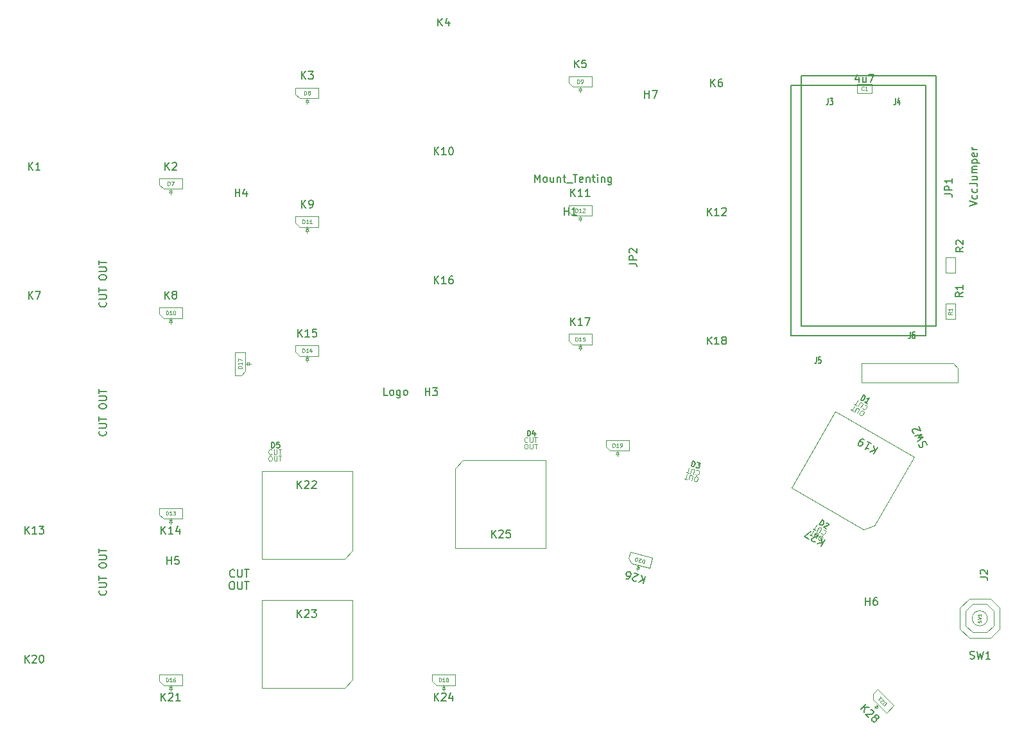
<source format=gbr>
%TF.GenerationSoftware,KiCad,Pcbnew,(6.0.1-0)*%
%TF.CreationDate,2022-01-24T00:31:25-08:00*%
%TF.ProjectId,hillside56,68696c6c-7369-4646-9535-362e6b696361,0.1.0-alpha*%
%TF.SameCoordinates,Original*%
%TF.FileFunction,AssemblyDrawing,Top*%
%FSLAX46Y46*%
G04 Gerber Fmt 4.6, Leading zero omitted, Abs format (unit mm)*
G04 Created by KiCad (PCBNEW (6.0.1-0)) date 2022-01-24 00:31:25*
%MOMM*%
%LPD*%
G01*
G04 APERTURE LIST*
%ADD10C,0.200000*%
%ADD11C,0.150000*%
%ADD12C,0.100000*%
%ADD13C,0.075000*%
%ADD14C,0.153000*%
%ADD15C,0.080000*%
%ADD16C,0.060000*%
%ADD17C,0.120000*%
G04 APERTURE END LIST*
D10*
X122404761Y-129072142D02*
X122357142Y-129119761D01*
X122214285Y-129167380D01*
X122119047Y-129167380D01*
X121976190Y-129119761D01*
X121880952Y-129024523D01*
X121833333Y-128929285D01*
X121785714Y-128738809D01*
X121785714Y-128595952D01*
X121833333Y-128405476D01*
X121880952Y-128310238D01*
X121976190Y-128215000D01*
X122119047Y-128167380D01*
X122214285Y-128167380D01*
X122357142Y-128215000D01*
X122404761Y-128262619D01*
X122833333Y-128167380D02*
X122833333Y-128976904D01*
X122880952Y-129072142D01*
X122928571Y-129119761D01*
X123023809Y-129167380D01*
X123214285Y-129167380D01*
X123309523Y-129119761D01*
X123357142Y-129072142D01*
X123404761Y-128976904D01*
X123404761Y-128167380D01*
X123738095Y-128167380D02*
X124309523Y-128167380D01*
X124023809Y-129167380D02*
X124023809Y-128167380D01*
X122000000Y-129777380D02*
X122190476Y-129777380D01*
X122285714Y-129825000D01*
X122380952Y-129920238D01*
X122428571Y-130110714D01*
X122428571Y-130444047D01*
X122380952Y-130634523D01*
X122285714Y-130729761D01*
X122190476Y-130777380D01*
X122000000Y-130777380D01*
X121904761Y-130729761D01*
X121809523Y-130634523D01*
X121761904Y-130444047D01*
X121761904Y-130110714D01*
X121809523Y-129920238D01*
X121904761Y-129825000D01*
X122000000Y-129777380D01*
X122857142Y-129777380D02*
X122857142Y-130586904D01*
X122904761Y-130682142D01*
X122952380Y-130729761D01*
X123047619Y-130777380D01*
X123238095Y-130777380D01*
X123333333Y-130729761D01*
X123380952Y-130682142D01*
X123428571Y-130586904D01*
X123428571Y-129777380D01*
X123761904Y-129777380D02*
X124333333Y-129777380D01*
X124047619Y-130777380D02*
X124047619Y-129777380D01*
X105457142Y-92904761D02*
X105504761Y-92952380D01*
X105552380Y-93095238D01*
X105552380Y-93190476D01*
X105504761Y-93333333D01*
X105409523Y-93428571D01*
X105314285Y-93476190D01*
X105123809Y-93523809D01*
X104980952Y-93523809D01*
X104790476Y-93476190D01*
X104695238Y-93428571D01*
X104600000Y-93333333D01*
X104552380Y-93190476D01*
X104552380Y-93095238D01*
X104600000Y-92952380D01*
X104647619Y-92904761D01*
X104552380Y-92476190D02*
X105361904Y-92476190D01*
X105457142Y-92428571D01*
X105504761Y-92380952D01*
X105552380Y-92285714D01*
X105552380Y-92095238D01*
X105504761Y-92000000D01*
X105457142Y-91952380D01*
X105361904Y-91904761D01*
X104552380Y-91904761D01*
X104552380Y-91571428D02*
X104552380Y-91000000D01*
X105552380Y-91285714D02*
X104552380Y-91285714D01*
X104552380Y-89714285D02*
X104552380Y-89523809D01*
X104600000Y-89428571D01*
X104695238Y-89333333D01*
X104885714Y-89285714D01*
X105219047Y-89285714D01*
X105409523Y-89333333D01*
X105504761Y-89428571D01*
X105552380Y-89523809D01*
X105552380Y-89714285D01*
X105504761Y-89809523D01*
X105409523Y-89904761D01*
X105219047Y-89952380D01*
X104885714Y-89952380D01*
X104695238Y-89904761D01*
X104600000Y-89809523D01*
X104552380Y-89714285D01*
X104552380Y-88857142D02*
X105361904Y-88857142D01*
X105457142Y-88809523D01*
X105504761Y-88761904D01*
X105552380Y-88666666D01*
X105552380Y-88476190D01*
X105504761Y-88380952D01*
X105457142Y-88333333D01*
X105361904Y-88285714D01*
X104552380Y-88285714D01*
X104552380Y-87952380D02*
X104552380Y-87380952D01*
X105552380Y-87666666D02*
X104552380Y-87666666D01*
X105457142Y-109904761D02*
X105504761Y-109952380D01*
X105552380Y-110095238D01*
X105552380Y-110190476D01*
X105504761Y-110333333D01*
X105409523Y-110428571D01*
X105314285Y-110476190D01*
X105123809Y-110523809D01*
X104980952Y-110523809D01*
X104790476Y-110476190D01*
X104695238Y-110428571D01*
X104600000Y-110333333D01*
X104552380Y-110190476D01*
X104552380Y-110095238D01*
X104600000Y-109952380D01*
X104647619Y-109904761D01*
X104552380Y-109476190D02*
X105361904Y-109476190D01*
X105457142Y-109428571D01*
X105504761Y-109380952D01*
X105552380Y-109285714D01*
X105552380Y-109095238D01*
X105504761Y-109000000D01*
X105457142Y-108952380D01*
X105361904Y-108904761D01*
X104552380Y-108904761D01*
X104552380Y-108571428D02*
X104552380Y-108000000D01*
X105552380Y-108285714D02*
X104552380Y-108285714D01*
X104552380Y-106714285D02*
X104552380Y-106523809D01*
X104600000Y-106428571D01*
X104695238Y-106333333D01*
X104885714Y-106285714D01*
X105219047Y-106285714D01*
X105409523Y-106333333D01*
X105504761Y-106428571D01*
X105552380Y-106523809D01*
X105552380Y-106714285D01*
X105504761Y-106809523D01*
X105409523Y-106904761D01*
X105219047Y-106952380D01*
X104885714Y-106952380D01*
X104695238Y-106904761D01*
X104600000Y-106809523D01*
X104552380Y-106714285D01*
X104552380Y-105857142D02*
X105361904Y-105857142D01*
X105457142Y-105809523D01*
X105504761Y-105761904D01*
X105552380Y-105666666D01*
X105552380Y-105476190D01*
X105504761Y-105380952D01*
X105457142Y-105333333D01*
X105361904Y-105285714D01*
X104552380Y-105285714D01*
X104552380Y-104952380D02*
X104552380Y-104380952D01*
X105552380Y-104666666D02*
X104552380Y-104666666D01*
X105457142Y-130904761D02*
X105504761Y-130952380D01*
X105552380Y-131095238D01*
X105552380Y-131190476D01*
X105504761Y-131333333D01*
X105409523Y-131428571D01*
X105314285Y-131476190D01*
X105123809Y-131523809D01*
X104980952Y-131523809D01*
X104790476Y-131476190D01*
X104695238Y-131428571D01*
X104600000Y-131333333D01*
X104552380Y-131190476D01*
X104552380Y-131095238D01*
X104600000Y-130952380D01*
X104647619Y-130904761D01*
X104552380Y-130476190D02*
X105361904Y-130476190D01*
X105457142Y-130428571D01*
X105504761Y-130380952D01*
X105552380Y-130285714D01*
X105552380Y-130095238D01*
X105504761Y-130000000D01*
X105457142Y-129952380D01*
X105361904Y-129904761D01*
X104552380Y-129904761D01*
X104552380Y-129571428D02*
X104552380Y-129000000D01*
X105552380Y-129285714D02*
X104552380Y-129285714D01*
X104552380Y-127714285D02*
X104552380Y-127523809D01*
X104600000Y-127428571D01*
X104695238Y-127333333D01*
X104885714Y-127285714D01*
X105219047Y-127285714D01*
X105409523Y-127333333D01*
X105504761Y-127428571D01*
X105552380Y-127523809D01*
X105552380Y-127714285D01*
X105504761Y-127809523D01*
X105409523Y-127904761D01*
X105219047Y-127952380D01*
X104885714Y-127952380D01*
X104695238Y-127904761D01*
X104600000Y-127809523D01*
X104552380Y-127714285D01*
X104552380Y-126857142D02*
X105361904Y-126857142D01*
X105457142Y-126809523D01*
X105504761Y-126761904D01*
X105552380Y-126666666D01*
X105552380Y-126476190D01*
X105504761Y-126380952D01*
X105457142Y-126333333D01*
X105361904Y-126285714D01*
X104552380Y-126285714D01*
X104552380Y-125952380D02*
X104552380Y-125380952D01*
X105552380Y-125666666D02*
X104552380Y-125666666D01*
D11*
%TO.C,D3*%
X182658422Y-114534722D02*
X182839596Y-113858574D01*
X183000583Y-113901710D01*
X183088549Y-113959790D01*
X183135689Y-114041439D01*
X183150632Y-114114462D01*
X183148320Y-114251879D01*
X183122439Y-114348472D01*
X183055732Y-114468635D01*
X183006280Y-114524402D01*
X182924630Y-114571543D01*
X182819410Y-114577858D01*
X182658422Y-114534722D01*
X183451349Y-114022492D02*
X183869917Y-114134647D01*
X183575516Y-114331837D01*
X183672108Y-114357718D01*
X183727876Y-114407171D01*
X183751446Y-114447995D01*
X183766389Y-114521018D01*
X183723253Y-114682005D01*
X183673800Y-114737773D01*
X183632976Y-114761343D01*
X183559953Y-114776286D01*
X183366768Y-114724522D01*
X183311000Y-114675070D01*
X183287430Y-114634246D01*
D12*
X183343322Y-115067769D02*
X183381814Y-115045546D01*
X183481021Y-115039591D01*
X183541736Y-115055859D01*
X183624675Y-115110620D01*
X183669122Y-115187604D01*
X183683211Y-115256454D01*
X183681031Y-115386019D01*
X183656628Y-115477092D01*
X183593733Y-115590388D01*
X183547107Y-115642969D01*
X183470123Y-115687416D01*
X183370916Y-115693370D01*
X183310200Y-115677102D01*
X183227262Y-115622341D01*
X183205038Y-115583849D01*
X182915551Y-115571356D02*
X183053834Y-115055275D01*
X183039745Y-114986426D01*
X183017522Y-114947934D01*
X182964941Y-114901307D01*
X182843510Y-114868770D01*
X182774660Y-114882859D01*
X182736168Y-114905083D01*
X182689542Y-114957664D01*
X182551259Y-115473744D01*
X182338755Y-115416804D02*
X181974463Y-115319192D01*
X182327430Y-114730487D02*
X182156609Y-115367998D01*
X183231296Y-116556650D02*
X183109865Y-116524113D01*
X183057284Y-116477487D01*
X183012838Y-116400503D01*
X183015017Y-116270938D01*
X183071957Y-116058434D01*
X183134852Y-115945138D01*
X183211836Y-115900691D01*
X183280686Y-115886602D01*
X183402117Y-115919139D01*
X183454698Y-115965766D01*
X183499144Y-116042749D01*
X183496965Y-116172314D01*
X183440024Y-116384818D01*
X183377130Y-116498115D01*
X183300146Y-116542561D01*
X183231296Y-116556650D01*
X182684858Y-116410233D02*
X182823141Y-115894152D01*
X182809052Y-115825303D01*
X182786829Y-115786811D01*
X182734248Y-115740184D01*
X182612817Y-115707647D01*
X182543967Y-115721736D01*
X182505475Y-115743959D01*
X182458849Y-115796541D01*
X182320566Y-116312621D01*
X182108062Y-116255681D02*
X181743770Y-116158069D01*
X182096737Y-115569364D02*
X181925916Y-116206875D01*
D11*
%TO.C,D5*%
X127313333Y-112096666D02*
X127313333Y-111396666D01*
X127480000Y-111396666D01*
X127580000Y-111430000D01*
X127646666Y-111496666D01*
X127680000Y-111563333D01*
X127713333Y-111696666D01*
X127713333Y-111796666D01*
X127680000Y-111930000D01*
X127646666Y-111996666D01*
X127580000Y-112063333D01*
X127480000Y-112096666D01*
X127313333Y-112096666D01*
X128346666Y-111396666D02*
X128013333Y-111396666D01*
X127980000Y-111730000D01*
X128013333Y-111696666D01*
X128080000Y-111663333D01*
X128246666Y-111663333D01*
X128313333Y-111696666D01*
X128346666Y-111730000D01*
X128380000Y-111796666D01*
X128380000Y-111963333D01*
X128346666Y-112030000D01*
X128313333Y-112063333D01*
X128246666Y-112096666D01*
X128080000Y-112096666D01*
X128013333Y-112063333D01*
X127980000Y-112030000D01*
D12*
X127327142Y-112905714D02*
X127295714Y-112937142D01*
X127201428Y-112968571D01*
X127138571Y-112968571D01*
X127044285Y-112937142D01*
X126981428Y-112874285D01*
X126950000Y-112811428D01*
X126918571Y-112685714D01*
X126918571Y-112591428D01*
X126950000Y-112465714D01*
X126981428Y-112402857D01*
X127044285Y-112340000D01*
X127138571Y-112308571D01*
X127201428Y-112308571D01*
X127295714Y-112340000D01*
X127327142Y-112371428D01*
X127610000Y-112308571D02*
X127610000Y-112842857D01*
X127641428Y-112905714D01*
X127672857Y-112937142D01*
X127735714Y-112968571D01*
X127861428Y-112968571D01*
X127924285Y-112937142D01*
X127955714Y-112905714D01*
X127987142Y-112842857D01*
X127987142Y-112308571D01*
X128207142Y-112308571D02*
X128584285Y-112308571D01*
X128395714Y-112968571D02*
X128395714Y-112308571D01*
X127070000Y-113178571D02*
X127195714Y-113178571D01*
X127258571Y-113210000D01*
X127321428Y-113272857D01*
X127352857Y-113398571D01*
X127352857Y-113618571D01*
X127321428Y-113744285D01*
X127258571Y-113807142D01*
X127195714Y-113838571D01*
X127070000Y-113838571D01*
X127007142Y-113807142D01*
X126944285Y-113744285D01*
X126912857Y-113618571D01*
X126912857Y-113398571D01*
X126944285Y-113272857D01*
X127007142Y-113210000D01*
X127070000Y-113178571D01*
X127635714Y-113178571D02*
X127635714Y-113712857D01*
X127667142Y-113775714D01*
X127698571Y-113807142D01*
X127761428Y-113838571D01*
X127887142Y-113838571D01*
X127950000Y-113807142D01*
X127981428Y-113775714D01*
X128012857Y-113712857D01*
X128012857Y-113178571D01*
X128232857Y-113178571D02*
X128610000Y-113178571D01*
X128421428Y-113838571D02*
X128421428Y-113178571D01*
D11*
%TO.C,D2*%
X199562986Y-122225986D02*
X199912986Y-121619768D01*
X200057323Y-121703101D01*
X200127259Y-121781969D01*
X200151661Y-121873037D01*
X200147195Y-121947439D01*
X200109396Y-122079575D01*
X200059396Y-122166178D01*
X199963862Y-122264981D01*
X199901661Y-122306050D01*
X199810592Y-122330451D01*
X199707323Y-122309319D01*
X199562986Y-122225986D01*
X200457003Y-122010836D02*
X200502537Y-121998635D01*
X200576939Y-122003101D01*
X200721276Y-122086434D01*
X200762344Y-122148635D01*
X200774545Y-122194169D01*
X200770079Y-122268571D01*
X200736746Y-122326306D01*
X200657879Y-122396242D01*
X200111468Y-122542652D01*
X200486746Y-122759319D01*
D12*
X200086584Y-122918135D02*
X200129516Y-122906631D01*
X200226884Y-122926556D01*
X200281320Y-122957984D01*
X200347260Y-123032345D01*
X200370267Y-123118210D01*
X200366056Y-123188360D01*
X200330417Y-123312946D01*
X200283274Y-123394600D01*
X200193199Y-123487757D01*
X200134553Y-123526479D01*
X200048688Y-123549486D01*
X199951320Y-123529561D01*
X199896884Y-123498133D01*
X199830945Y-123423772D01*
X199819441Y-123380840D01*
X199543051Y-123293847D02*
X199810194Y-122831142D01*
X199814404Y-122760992D01*
X199802901Y-122718059D01*
X199764179Y-122659413D01*
X199655307Y-122596556D01*
X199585157Y-122592345D01*
X199542225Y-122603849D01*
X199483579Y-122642570D01*
X199216436Y-123105275D01*
X199025910Y-122995275D02*
X198699295Y-122806704D01*
X199192602Y-122329413D02*
X198862602Y-122900990D01*
X199593025Y-124327289D02*
X199484153Y-124264432D01*
X199445432Y-124205785D01*
X199422424Y-124119921D01*
X199458064Y-123995335D01*
X199568064Y-123804809D01*
X199658139Y-123711652D01*
X199744003Y-123688644D01*
X199814153Y-123692855D01*
X199923025Y-123755712D01*
X199961747Y-123814359D01*
X199984754Y-123900223D01*
X199949115Y-124024809D01*
X199839115Y-124215335D01*
X199749040Y-124308492D01*
X199663175Y-124331499D01*
X199593025Y-124327289D01*
X199103102Y-124044432D02*
X199370245Y-123581727D01*
X199374456Y-123511577D01*
X199362952Y-123468644D01*
X199324230Y-123409998D01*
X199215359Y-123347141D01*
X199145208Y-123342930D01*
X199102276Y-123354434D01*
X199043630Y-123393155D01*
X198776487Y-123855860D01*
X198585961Y-123745860D02*
X198259346Y-123557289D01*
X198752654Y-123079998D02*
X198422654Y-123651575D01*
D11*
%TO.C,J2*%
X220752380Y-129183333D02*
X221466666Y-129183333D01*
X221609523Y-129230952D01*
X221704761Y-129326190D01*
X221752380Y-129469047D01*
X221752380Y-129564285D01*
X220847619Y-128754761D02*
X220800000Y-128707142D01*
X220752380Y-128611904D01*
X220752380Y-128373809D01*
X220800000Y-128278571D01*
X220847619Y-128230952D01*
X220942857Y-128183333D01*
X221038095Y-128183333D01*
X221180952Y-128230952D01*
X221752380Y-128802380D01*
X221752380Y-128183333D01*
%TO.C,H1*%
X165931595Y-81372880D02*
X165931595Y-80372880D01*
X165931595Y-80849071D02*
X166503023Y-80849071D01*
X166503023Y-81372880D02*
X166503023Y-80372880D01*
X167503023Y-81372880D02*
X166931595Y-81372880D01*
X167217309Y-81372880D02*
X167217309Y-80372880D01*
X167122071Y-80515738D01*
X167026833Y-80610976D01*
X166931595Y-80658595D01*
X162026880Y-77054880D02*
X162026880Y-76054880D01*
X162360214Y-76769166D01*
X162693547Y-76054880D01*
X162693547Y-77054880D01*
X163312595Y-77054880D02*
X163217357Y-77007261D01*
X163169738Y-76959642D01*
X163122119Y-76864404D01*
X163122119Y-76578690D01*
X163169738Y-76483452D01*
X163217357Y-76435833D01*
X163312595Y-76388214D01*
X163455452Y-76388214D01*
X163550690Y-76435833D01*
X163598309Y-76483452D01*
X163645928Y-76578690D01*
X163645928Y-76864404D01*
X163598309Y-76959642D01*
X163550690Y-77007261D01*
X163455452Y-77054880D01*
X163312595Y-77054880D01*
X164503071Y-76388214D02*
X164503071Y-77054880D01*
X164074500Y-76388214D02*
X164074500Y-76912023D01*
X164122119Y-77007261D01*
X164217357Y-77054880D01*
X164360214Y-77054880D01*
X164455452Y-77007261D01*
X164503071Y-76959642D01*
X164979261Y-76388214D02*
X164979261Y-77054880D01*
X164979261Y-76483452D02*
X165026880Y-76435833D01*
X165122119Y-76388214D01*
X165264976Y-76388214D01*
X165360214Y-76435833D01*
X165407833Y-76531071D01*
X165407833Y-77054880D01*
X165741166Y-76388214D02*
X166122119Y-76388214D01*
X165884023Y-76054880D02*
X165884023Y-76912023D01*
X165931642Y-77007261D01*
X166026880Y-77054880D01*
X166122119Y-77054880D01*
X166217357Y-77150119D02*
X166979261Y-77150119D01*
X167074500Y-76054880D02*
X167645928Y-76054880D01*
X167360214Y-77054880D02*
X167360214Y-76054880D01*
X168360214Y-77007261D02*
X168264976Y-77054880D01*
X168074500Y-77054880D01*
X167979261Y-77007261D01*
X167931642Y-76912023D01*
X167931642Y-76531071D01*
X167979261Y-76435833D01*
X168074500Y-76388214D01*
X168264976Y-76388214D01*
X168360214Y-76435833D01*
X168407833Y-76531071D01*
X168407833Y-76626309D01*
X167931642Y-76721547D01*
X168836404Y-76388214D02*
X168836404Y-77054880D01*
X168836404Y-76483452D02*
X168884023Y-76435833D01*
X168979261Y-76388214D01*
X169122119Y-76388214D01*
X169217357Y-76435833D01*
X169264976Y-76531071D01*
X169264976Y-77054880D01*
X169598309Y-76388214D02*
X169979261Y-76388214D01*
X169741166Y-76054880D02*
X169741166Y-76912023D01*
X169788785Y-77007261D01*
X169884023Y-77054880D01*
X169979261Y-77054880D01*
X170312595Y-77054880D02*
X170312595Y-76388214D01*
X170312595Y-76054880D02*
X170264976Y-76102500D01*
X170312595Y-76150119D01*
X170360214Y-76102500D01*
X170312595Y-76054880D01*
X170312595Y-76150119D01*
X170788785Y-76388214D02*
X170788785Y-77054880D01*
X170788785Y-76483452D02*
X170836404Y-76435833D01*
X170931642Y-76388214D01*
X171074500Y-76388214D01*
X171169738Y-76435833D01*
X171217357Y-76531071D01*
X171217357Y-77054880D01*
X172122119Y-76388214D02*
X172122119Y-77197738D01*
X172074500Y-77292976D01*
X172026880Y-77340595D01*
X171931642Y-77388214D01*
X171788785Y-77388214D01*
X171693547Y-77340595D01*
X172122119Y-77007261D02*
X172026880Y-77054880D01*
X171836404Y-77054880D01*
X171741166Y-77007261D01*
X171693547Y-76959642D01*
X171645928Y-76864404D01*
X171645928Y-76578690D01*
X171693547Y-76483452D01*
X171741166Y-76435833D01*
X171836404Y-76388214D01*
X172026880Y-76388214D01*
X172122119Y-76435833D01*
%TO.C,K22*%
X130735714Y-117452380D02*
X130735714Y-116452380D01*
X131307142Y-117452380D02*
X130878571Y-116880952D01*
X131307142Y-116452380D02*
X130735714Y-117023809D01*
X131688095Y-116547619D02*
X131735714Y-116500000D01*
X131830952Y-116452380D01*
X132069047Y-116452380D01*
X132164285Y-116500000D01*
X132211904Y-116547619D01*
X132259523Y-116642857D01*
X132259523Y-116738095D01*
X132211904Y-116880952D01*
X131640476Y-117452380D01*
X132259523Y-117452380D01*
X132640476Y-116547619D02*
X132688095Y-116500000D01*
X132783333Y-116452380D01*
X133021428Y-116452380D01*
X133116666Y-116500000D01*
X133164285Y-116547619D01*
X133211904Y-116642857D01*
X133211904Y-116738095D01*
X133164285Y-116880952D01*
X132592857Y-117452380D01*
X133211904Y-117452380D01*
D13*
%TO.C,D7*%
X113630952Y-77476190D02*
X113630952Y-76976190D01*
X113750000Y-76976190D01*
X113821428Y-77000000D01*
X113869047Y-77047619D01*
X113892857Y-77095238D01*
X113916666Y-77190476D01*
X113916666Y-77261904D01*
X113892857Y-77357142D01*
X113869047Y-77404761D01*
X113821428Y-77452380D01*
X113750000Y-77476190D01*
X113630952Y-77476190D01*
X114083333Y-76976190D02*
X114416666Y-76976190D01*
X114202380Y-77476190D01*
%TO.C,D13*%
X113392857Y-120976190D02*
X113392857Y-120476190D01*
X113511904Y-120476190D01*
X113583333Y-120500000D01*
X113630952Y-120547619D01*
X113654761Y-120595238D01*
X113678571Y-120690476D01*
X113678571Y-120761904D01*
X113654761Y-120857142D01*
X113630952Y-120904761D01*
X113583333Y-120952380D01*
X113511904Y-120976190D01*
X113392857Y-120976190D01*
X114154761Y-120976190D02*
X113869047Y-120976190D01*
X114011904Y-120976190D02*
X114011904Y-120476190D01*
X113964285Y-120547619D01*
X113916666Y-120595238D01*
X113869047Y-120619047D01*
X114321428Y-120476190D02*
X114630952Y-120476190D01*
X114464285Y-120666666D01*
X114535714Y-120666666D01*
X114583333Y-120690476D01*
X114607142Y-120714285D01*
X114630952Y-120761904D01*
X114630952Y-120880952D01*
X114607142Y-120928571D01*
X114583333Y-120952380D01*
X114535714Y-120976190D01*
X114392857Y-120976190D01*
X114345238Y-120952380D01*
X114321428Y-120928571D01*
D11*
%TO.C,K13*%
X94785714Y-123452380D02*
X94785714Y-122452380D01*
X95357142Y-123452380D02*
X94928571Y-122880952D01*
X95357142Y-122452380D02*
X94785714Y-123023809D01*
X96309523Y-123452380D02*
X95738095Y-123452380D01*
X96023809Y-123452380D02*
X96023809Y-122452380D01*
X95928571Y-122595238D01*
X95833333Y-122690476D01*
X95738095Y-122738095D01*
X96642857Y-122452380D02*
X97261904Y-122452380D01*
X96928571Y-122833333D01*
X97071428Y-122833333D01*
X97166666Y-122880952D01*
X97214285Y-122928571D01*
X97261904Y-123023809D01*
X97261904Y-123261904D01*
X97214285Y-123357142D01*
X97166666Y-123404761D01*
X97071428Y-123452380D01*
X96785714Y-123452380D01*
X96690476Y-123404761D01*
X96642857Y-123357142D01*
%TO.C,K14*%
X112785714Y-123452380D02*
X112785714Y-122452380D01*
X113357142Y-123452380D02*
X112928571Y-122880952D01*
X113357142Y-122452380D02*
X112785714Y-123023809D01*
X114309523Y-123452380D02*
X113738095Y-123452380D01*
X114023809Y-123452380D02*
X114023809Y-122452380D01*
X113928571Y-122595238D01*
X113833333Y-122690476D01*
X113738095Y-122738095D01*
X115166666Y-122785714D02*
X115166666Y-123452380D01*
X114928571Y-122404761D02*
X114690476Y-123119047D01*
X115309523Y-123119047D01*
D13*
%TO.C,D8*%
X131630952Y-65526190D02*
X131630952Y-65026190D01*
X131750000Y-65026190D01*
X131821428Y-65050000D01*
X131869047Y-65097619D01*
X131892857Y-65145238D01*
X131916666Y-65240476D01*
X131916666Y-65311904D01*
X131892857Y-65407142D01*
X131869047Y-65454761D01*
X131821428Y-65502380D01*
X131750000Y-65526190D01*
X131630952Y-65526190D01*
X132202380Y-65240476D02*
X132154761Y-65216666D01*
X132130952Y-65192857D01*
X132107142Y-65145238D01*
X132107142Y-65121428D01*
X132130952Y-65073809D01*
X132154761Y-65050000D01*
X132202380Y-65026190D01*
X132297619Y-65026190D01*
X132345238Y-65050000D01*
X132369047Y-65073809D01*
X132392857Y-65121428D01*
X132392857Y-65145238D01*
X132369047Y-65192857D01*
X132345238Y-65216666D01*
X132297619Y-65240476D01*
X132202380Y-65240476D01*
X132154761Y-65264285D01*
X132130952Y-65288095D01*
X132107142Y-65335714D01*
X132107142Y-65430952D01*
X132130952Y-65478571D01*
X132154761Y-65502380D01*
X132202380Y-65526190D01*
X132297619Y-65526190D01*
X132345238Y-65502380D01*
X132369047Y-65478571D01*
X132392857Y-65430952D01*
X132392857Y-65335714D01*
X132369047Y-65288095D01*
X132345238Y-65264285D01*
X132297619Y-65240476D01*
%TO.C,D10*%
X113392857Y-94526190D02*
X113392857Y-94026190D01*
X113511904Y-94026190D01*
X113583333Y-94050000D01*
X113630952Y-94097619D01*
X113654761Y-94145238D01*
X113678571Y-94240476D01*
X113678571Y-94311904D01*
X113654761Y-94407142D01*
X113630952Y-94454761D01*
X113583333Y-94502380D01*
X113511904Y-94526190D01*
X113392857Y-94526190D01*
X114154761Y-94526190D02*
X113869047Y-94526190D01*
X114011904Y-94526190D02*
X114011904Y-94026190D01*
X113964285Y-94097619D01*
X113916666Y-94145238D01*
X113869047Y-94169047D01*
X114464285Y-94026190D02*
X114511904Y-94026190D01*
X114559523Y-94050000D01*
X114583333Y-94073809D01*
X114607142Y-94121428D01*
X114630952Y-94216666D01*
X114630952Y-94335714D01*
X114607142Y-94430952D01*
X114583333Y-94478571D01*
X114559523Y-94502380D01*
X114511904Y-94526190D01*
X114464285Y-94526190D01*
X114416666Y-94502380D01*
X114392857Y-94478571D01*
X114369047Y-94430952D01*
X114345238Y-94335714D01*
X114345238Y-94216666D01*
X114369047Y-94121428D01*
X114392857Y-94073809D01*
X114416666Y-94050000D01*
X114464285Y-94026190D01*
D11*
%TO.C,K1*%
X95261904Y-75452380D02*
X95261904Y-74452380D01*
X95833333Y-75452380D02*
X95404761Y-74880952D01*
X95833333Y-74452380D02*
X95261904Y-75023809D01*
X96785714Y-75452380D02*
X96214285Y-75452380D01*
X96500000Y-75452380D02*
X96500000Y-74452380D01*
X96404761Y-74595238D01*
X96309523Y-74690476D01*
X96214285Y-74738095D01*
%TO.C,K3*%
X131261904Y-63452380D02*
X131261904Y-62452380D01*
X131833333Y-63452380D02*
X131404761Y-62880952D01*
X131833333Y-62452380D02*
X131261904Y-63023809D01*
X132166666Y-62452380D02*
X132785714Y-62452380D01*
X132452380Y-62833333D01*
X132595238Y-62833333D01*
X132690476Y-62880952D01*
X132738095Y-62928571D01*
X132785714Y-63023809D01*
X132785714Y-63261904D01*
X132738095Y-63357142D01*
X132690476Y-63404761D01*
X132595238Y-63452380D01*
X132309523Y-63452380D01*
X132214285Y-63404761D01*
X132166666Y-63357142D01*
%TO.C,K4*%
X149261904Y-56452380D02*
X149261904Y-55452380D01*
X149833333Y-56452380D02*
X149404761Y-55880952D01*
X149833333Y-55452380D02*
X149261904Y-56023809D01*
X150690476Y-55785714D02*
X150690476Y-56452380D01*
X150452380Y-55404761D02*
X150214285Y-56119047D01*
X150833333Y-56119047D01*
%TO.C,K8*%
X113261904Y-92452380D02*
X113261904Y-91452380D01*
X113833333Y-92452380D02*
X113404761Y-91880952D01*
X113833333Y-91452380D02*
X113261904Y-92023809D01*
X114404761Y-91880952D02*
X114309523Y-91833333D01*
X114261904Y-91785714D01*
X114214285Y-91690476D01*
X114214285Y-91642857D01*
X114261904Y-91547619D01*
X114309523Y-91500000D01*
X114404761Y-91452380D01*
X114595238Y-91452380D01*
X114690476Y-91500000D01*
X114738095Y-91547619D01*
X114785714Y-91642857D01*
X114785714Y-91690476D01*
X114738095Y-91785714D01*
X114690476Y-91833333D01*
X114595238Y-91880952D01*
X114404761Y-91880952D01*
X114309523Y-91928571D01*
X114261904Y-91976190D01*
X114214285Y-92071428D01*
X114214285Y-92261904D01*
X114261904Y-92357142D01*
X114309523Y-92404761D01*
X114404761Y-92452380D01*
X114595238Y-92452380D01*
X114690476Y-92404761D01*
X114738095Y-92357142D01*
X114785714Y-92261904D01*
X114785714Y-92071428D01*
X114738095Y-91976190D01*
X114690476Y-91928571D01*
X114595238Y-91880952D01*
D13*
%TO.C,D11*%
X131392857Y-82526190D02*
X131392857Y-82026190D01*
X131511904Y-82026190D01*
X131583333Y-82050000D01*
X131630952Y-82097619D01*
X131654761Y-82145238D01*
X131678571Y-82240476D01*
X131678571Y-82311904D01*
X131654761Y-82407142D01*
X131630952Y-82454761D01*
X131583333Y-82502380D01*
X131511904Y-82526190D01*
X131392857Y-82526190D01*
X132154761Y-82526190D02*
X131869047Y-82526190D01*
X132011904Y-82526190D02*
X132011904Y-82026190D01*
X131964285Y-82097619D01*
X131916666Y-82145238D01*
X131869047Y-82169047D01*
X132630952Y-82526190D02*
X132345238Y-82526190D01*
X132488095Y-82526190D02*
X132488095Y-82026190D01*
X132440476Y-82097619D01*
X132392857Y-82145238D01*
X132345238Y-82169047D01*
D11*
%TO.C,K9*%
X131261904Y-80452380D02*
X131261904Y-79452380D01*
X131833333Y-80452380D02*
X131404761Y-79880952D01*
X131833333Y-79452380D02*
X131261904Y-80023809D01*
X132309523Y-80452380D02*
X132500000Y-80452380D01*
X132595238Y-80404761D01*
X132642857Y-80357142D01*
X132738095Y-80214285D01*
X132785714Y-80023809D01*
X132785714Y-79642857D01*
X132738095Y-79547619D01*
X132690476Y-79500000D01*
X132595238Y-79452380D01*
X132404761Y-79452380D01*
X132309523Y-79500000D01*
X132261904Y-79547619D01*
X132214285Y-79642857D01*
X132214285Y-79880952D01*
X132261904Y-79976190D01*
X132309523Y-80023809D01*
X132404761Y-80071428D01*
X132595238Y-80071428D01*
X132690476Y-80023809D01*
X132738095Y-79976190D01*
X132785714Y-79880952D01*
%TO.C,K10*%
X148785714Y-73452380D02*
X148785714Y-72452380D01*
X149357142Y-73452380D02*
X148928571Y-72880952D01*
X149357142Y-72452380D02*
X148785714Y-73023809D01*
X150309523Y-73452380D02*
X149738095Y-73452380D01*
X150023809Y-73452380D02*
X150023809Y-72452380D01*
X149928571Y-72595238D01*
X149833333Y-72690476D01*
X149738095Y-72738095D01*
X150928571Y-72452380D02*
X151023809Y-72452380D01*
X151119047Y-72500000D01*
X151166666Y-72547619D01*
X151214285Y-72642857D01*
X151261904Y-72833333D01*
X151261904Y-73071428D01*
X151214285Y-73261904D01*
X151166666Y-73357142D01*
X151119047Y-73404761D01*
X151023809Y-73452380D01*
X150928571Y-73452380D01*
X150833333Y-73404761D01*
X150785714Y-73357142D01*
X150738095Y-73261904D01*
X150690476Y-73071428D01*
X150690476Y-72833333D01*
X150738095Y-72642857D01*
X150785714Y-72547619D01*
X150833333Y-72500000D01*
X150928571Y-72452380D01*
%TO.C,K15*%
X130785714Y-97452380D02*
X130785714Y-96452380D01*
X131357142Y-97452380D02*
X130928571Y-96880952D01*
X131357142Y-96452380D02*
X130785714Y-97023809D01*
X132309523Y-97452380D02*
X131738095Y-97452380D01*
X132023809Y-97452380D02*
X132023809Y-96452380D01*
X131928571Y-96595238D01*
X131833333Y-96690476D01*
X131738095Y-96738095D01*
X133214285Y-96452380D02*
X132738095Y-96452380D01*
X132690476Y-96928571D01*
X132738095Y-96880952D01*
X132833333Y-96833333D01*
X133071428Y-96833333D01*
X133166666Y-96880952D01*
X133214285Y-96928571D01*
X133261904Y-97023809D01*
X133261904Y-97261904D01*
X133214285Y-97357142D01*
X133166666Y-97404761D01*
X133071428Y-97452380D01*
X132833333Y-97452380D01*
X132738095Y-97404761D01*
X132690476Y-97357142D01*
%TO.C,K16*%
X148785714Y-90452380D02*
X148785714Y-89452380D01*
X149357142Y-90452380D02*
X148928571Y-89880952D01*
X149357142Y-89452380D02*
X148785714Y-90023809D01*
X150309523Y-90452380D02*
X149738095Y-90452380D01*
X150023809Y-90452380D02*
X150023809Y-89452380D01*
X149928571Y-89595238D01*
X149833333Y-89690476D01*
X149738095Y-89738095D01*
X151166666Y-89452380D02*
X150976190Y-89452380D01*
X150880952Y-89500000D01*
X150833333Y-89547619D01*
X150738095Y-89690476D01*
X150690476Y-89880952D01*
X150690476Y-90261904D01*
X150738095Y-90357142D01*
X150785714Y-90404761D01*
X150880952Y-90452380D01*
X151071428Y-90452380D01*
X151166666Y-90404761D01*
X151214285Y-90357142D01*
X151261904Y-90261904D01*
X151261904Y-90023809D01*
X151214285Y-89928571D01*
X151166666Y-89880952D01*
X151071428Y-89833333D01*
X150880952Y-89833333D01*
X150785714Y-89880952D01*
X150738095Y-89928571D01*
X150690476Y-90023809D01*
D13*
%TO.C,D14*%
X131392857Y-99526190D02*
X131392857Y-99026190D01*
X131511904Y-99026190D01*
X131583333Y-99050000D01*
X131630952Y-99097619D01*
X131654761Y-99145238D01*
X131678571Y-99240476D01*
X131678571Y-99311904D01*
X131654761Y-99407142D01*
X131630952Y-99454761D01*
X131583333Y-99502380D01*
X131511904Y-99526190D01*
X131392857Y-99526190D01*
X132154761Y-99526190D02*
X131869047Y-99526190D01*
X132011904Y-99526190D02*
X132011904Y-99026190D01*
X131964285Y-99097619D01*
X131916666Y-99145238D01*
X131869047Y-99169047D01*
X132583333Y-99192857D02*
X132583333Y-99526190D01*
X132464285Y-99002380D02*
X132345238Y-99359523D01*
X132654761Y-99359523D01*
%TO.C,D9*%
X167630952Y-64026190D02*
X167630952Y-63526190D01*
X167750000Y-63526190D01*
X167821428Y-63550000D01*
X167869047Y-63597619D01*
X167892857Y-63645238D01*
X167916666Y-63740476D01*
X167916666Y-63811904D01*
X167892857Y-63907142D01*
X167869047Y-63954761D01*
X167821428Y-64002380D01*
X167750000Y-64026190D01*
X167630952Y-64026190D01*
X168154761Y-64026190D02*
X168250000Y-64026190D01*
X168297619Y-64002380D01*
X168321428Y-63978571D01*
X168369047Y-63907142D01*
X168392857Y-63811904D01*
X168392857Y-63621428D01*
X168369047Y-63573809D01*
X168345238Y-63550000D01*
X168297619Y-63526190D01*
X168202380Y-63526190D01*
X168154761Y-63550000D01*
X168130952Y-63573809D01*
X168107142Y-63621428D01*
X168107142Y-63740476D01*
X168130952Y-63788095D01*
X168154761Y-63811904D01*
X168202380Y-63835714D01*
X168297619Y-63835714D01*
X168345238Y-63811904D01*
X168369047Y-63788095D01*
X168392857Y-63740476D01*
%TO.C,D12*%
X167392857Y-81026190D02*
X167392857Y-80526190D01*
X167511904Y-80526190D01*
X167583333Y-80550000D01*
X167630952Y-80597619D01*
X167654761Y-80645238D01*
X167678571Y-80740476D01*
X167678571Y-80811904D01*
X167654761Y-80907142D01*
X167630952Y-80954761D01*
X167583333Y-81002380D01*
X167511904Y-81026190D01*
X167392857Y-81026190D01*
X168154761Y-81026190D02*
X167869047Y-81026190D01*
X168011904Y-81026190D02*
X168011904Y-80526190D01*
X167964285Y-80597619D01*
X167916666Y-80645238D01*
X167869047Y-80669047D01*
X168345238Y-80573809D02*
X168369047Y-80550000D01*
X168416666Y-80526190D01*
X168535714Y-80526190D01*
X168583333Y-80550000D01*
X168607142Y-80573809D01*
X168630952Y-80621428D01*
X168630952Y-80669047D01*
X168607142Y-80740476D01*
X168321428Y-81026190D01*
X168630952Y-81026190D01*
%TO.C,D15*%
X167392857Y-98026190D02*
X167392857Y-97526190D01*
X167511904Y-97526190D01*
X167583333Y-97550000D01*
X167630952Y-97597619D01*
X167654761Y-97645238D01*
X167678571Y-97740476D01*
X167678571Y-97811904D01*
X167654761Y-97907142D01*
X167630952Y-97954761D01*
X167583333Y-98002380D01*
X167511904Y-98026190D01*
X167392857Y-98026190D01*
X168154761Y-98026190D02*
X167869047Y-98026190D01*
X168011904Y-98026190D02*
X168011904Y-97526190D01*
X167964285Y-97597619D01*
X167916666Y-97645238D01*
X167869047Y-97669047D01*
X168607142Y-97526190D02*
X168369047Y-97526190D01*
X168345238Y-97764285D01*
X168369047Y-97740476D01*
X168416666Y-97716666D01*
X168535714Y-97716666D01*
X168583333Y-97740476D01*
X168607142Y-97764285D01*
X168630952Y-97811904D01*
X168630952Y-97930952D01*
X168607142Y-97978571D01*
X168583333Y-98002380D01*
X168535714Y-98026190D01*
X168416666Y-98026190D01*
X168369047Y-98002380D01*
X168345238Y-97978571D01*
D11*
%TO.C,K5*%
X167261904Y-61952380D02*
X167261904Y-60952380D01*
X167833333Y-61952380D02*
X167404761Y-61380952D01*
X167833333Y-60952380D02*
X167261904Y-61523809D01*
X168738095Y-60952380D02*
X168261904Y-60952380D01*
X168214285Y-61428571D01*
X168261904Y-61380952D01*
X168357142Y-61333333D01*
X168595238Y-61333333D01*
X168690476Y-61380952D01*
X168738095Y-61428571D01*
X168785714Y-61523809D01*
X168785714Y-61761904D01*
X168738095Y-61857142D01*
X168690476Y-61904761D01*
X168595238Y-61952380D01*
X168357142Y-61952380D01*
X168261904Y-61904761D01*
X168214285Y-61857142D01*
%TO.C,K6*%
X185261904Y-64452380D02*
X185261904Y-63452380D01*
X185833333Y-64452380D02*
X185404761Y-63880952D01*
X185833333Y-63452380D02*
X185261904Y-64023809D01*
X186690476Y-63452380D02*
X186500000Y-63452380D01*
X186404761Y-63500000D01*
X186357142Y-63547619D01*
X186261904Y-63690476D01*
X186214285Y-63880952D01*
X186214285Y-64261904D01*
X186261904Y-64357142D01*
X186309523Y-64404761D01*
X186404761Y-64452380D01*
X186595238Y-64452380D01*
X186690476Y-64404761D01*
X186738095Y-64357142D01*
X186785714Y-64261904D01*
X186785714Y-64023809D01*
X186738095Y-63928571D01*
X186690476Y-63880952D01*
X186595238Y-63833333D01*
X186404761Y-63833333D01*
X186309523Y-63880952D01*
X186261904Y-63928571D01*
X186214285Y-64023809D01*
%TO.C,K11*%
X166785714Y-78952380D02*
X166785714Y-77952380D01*
X167357142Y-78952380D02*
X166928571Y-78380952D01*
X167357142Y-77952380D02*
X166785714Y-78523809D01*
X168309523Y-78952380D02*
X167738095Y-78952380D01*
X168023809Y-78952380D02*
X168023809Y-77952380D01*
X167928571Y-78095238D01*
X167833333Y-78190476D01*
X167738095Y-78238095D01*
X169261904Y-78952380D02*
X168690476Y-78952380D01*
X168976190Y-78952380D02*
X168976190Y-77952380D01*
X168880952Y-78095238D01*
X168785714Y-78190476D01*
X168690476Y-78238095D01*
%TO.C,K12*%
X184785714Y-81452380D02*
X184785714Y-80452380D01*
X185357142Y-81452380D02*
X184928571Y-80880952D01*
X185357142Y-80452380D02*
X184785714Y-81023809D01*
X186309523Y-81452380D02*
X185738095Y-81452380D01*
X186023809Y-81452380D02*
X186023809Y-80452380D01*
X185928571Y-80595238D01*
X185833333Y-80690476D01*
X185738095Y-80738095D01*
X186690476Y-80547619D02*
X186738095Y-80500000D01*
X186833333Y-80452380D01*
X187071428Y-80452380D01*
X187166666Y-80500000D01*
X187214285Y-80547619D01*
X187261904Y-80642857D01*
X187261904Y-80738095D01*
X187214285Y-80880952D01*
X186642857Y-81452380D01*
X187261904Y-81452380D01*
%TO.C,K17*%
X166785714Y-95952380D02*
X166785714Y-94952380D01*
X167357142Y-95952380D02*
X166928571Y-95380952D01*
X167357142Y-94952380D02*
X166785714Y-95523809D01*
X168309523Y-95952380D02*
X167738095Y-95952380D01*
X168023809Y-95952380D02*
X168023809Y-94952380D01*
X167928571Y-95095238D01*
X167833333Y-95190476D01*
X167738095Y-95238095D01*
X168642857Y-94952380D02*
X169309523Y-94952380D01*
X168880952Y-95952380D01*
%TO.C,K18*%
X184785714Y-98452380D02*
X184785714Y-97452380D01*
X185357142Y-98452380D02*
X184928571Y-97880952D01*
X185357142Y-97452380D02*
X184785714Y-98023809D01*
X186309523Y-98452380D02*
X185738095Y-98452380D01*
X186023809Y-98452380D02*
X186023809Y-97452380D01*
X185928571Y-97595238D01*
X185833333Y-97690476D01*
X185738095Y-97738095D01*
X186880952Y-97880952D02*
X186785714Y-97833333D01*
X186738095Y-97785714D01*
X186690476Y-97690476D01*
X186690476Y-97642857D01*
X186738095Y-97547619D01*
X186785714Y-97500000D01*
X186880952Y-97452380D01*
X187071428Y-97452380D01*
X187166666Y-97500000D01*
X187214285Y-97547619D01*
X187261904Y-97642857D01*
X187261904Y-97690476D01*
X187214285Y-97785714D01*
X187166666Y-97833333D01*
X187071428Y-97880952D01*
X186880952Y-97880952D01*
X186785714Y-97928571D01*
X186738095Y-97976190D01*
X186690476Y-98071428D01*
X186690476Y-98261904D01*
X186738095Y-98357142D01*
X186785714Y-98404761D01*
X186880952Y-98452380D01*
X187071428Y-98452380D01*
X187166666Y-98404761D01*
X187214285Y-98357142D01*
X187261904Y-98261904D01*
X187261904Y-98071428D01*
X187214285Y-97976190D01*
X187166666Y-97928571D01*
X187071428Y-97880952D01*
%TO.C,K25*%
X156335714Y-123952380D02*
X156335714Y-122952380D01*
X156907142Y-123952380D02*
X156478571Y-123380952D01*
X156907142Y-122952380D02*
X156335714Y-123523809D01*
X157288095Y-123047619D02*
X157335714Y-123000000D01*
X157430952Y-122952380D01*
X157669047Y-122952380D01*
X157764285Y-123000000D01*
X157811904Y-123047619D01*
X157859523Y-123142857D01*
X157859523Y-123238095D01*
X157811904Y-123380952D01*
X157240476Y-123952380D01*
X157859523Y-123952380D01*
X158764285Y-122952380D02*
X158288095Y-122952380D01*
X158240476Y-123428571D01*
X158288095Y-123380952D01*
X158383333Y-123333333D01*
X158621428Y-123333333D01*
X158716666Y-123380952D01*
X158764285Y-123428571D01*
X158811904Y-123523809D01*
X158811904Y-123761904D01*
X158764285Y-123857142D01*
X158716666Y-123904761D01*
X158621428Y-123952380D01*
X158383333Y-123952380D01*
X158288095Y-123904761D01*
X158240476Y-123857142D01*
%TO.C,K2*%
X113261904Y-75452380D02*
X113261904Y-74452380D01*
X113833333Y-75452380D02*
X113404761Y-74880952D01*
X113833333Y-74452380D02*
X113261904Y-75023809D01*
X114214285Y-74547619D02*
X114261904Y-74500000D01*
X114357142Y-74452380D01*
X114595238Y-74452380D01*
X114690476Y-74500000D01*
X114738095Y-74547619D01*
X114785714Y-74642857D01*
X114785714Y-74738095D01*
X114738095Y-74880952D01*
X114166666Y-75452380D01*
X114785714Y-75452380D01*
D13*
%TO.C,D20*%
X176538548Y-126865173D02*
X176409138Y-127348136D01*
X176294147Y-127317325D01*
X176231315Y-127275839D01*
X176197643Y-127217518D01*
X176186970Y-127165359D01*
X176188621Y-127067204D01*
X176207108Y-126998209D01*
X176254756Y-126912379D01*
X176290078Y-126872545D01*
X176348400Y-126838873D01*
X176423557Y-126834362D01*
X176538548Y-126865173D01*
X175961498Y-127178893D02*
X175932338Y-127195729D01*
X175880179Y-127206402D01*
X175765188Y-127175590D01*
X175725354Y-127140267D01*
X175708518Y-127111107D01*
X175697844Y-127058948D01*
X175710169Y-127012951D01*
X175751654Y-126950119D01*
X176101581Y-126748089D01*
X175802604Y-126667978D01*
X175374218Y-127070830D02*
X175328221Y-127058505D01*
X175288387Y-127023183D01*
X175271551Y-126994022D01*
X175260878Y-126941863D01*
X175262529Y-126843708D01*
X175293341Y-126728717D01*
X175340989Y-126642886D01*
X175376311Y-126603052D01*
X175405472Y-126586216D01*
X175457631Y-126575543D01*
X175503627Y-126587867D01*
X175543461Y-126623190D01*
X175560297Y-126652351D01*
X175570971Y-126704510D01*
X175569320Y-126802665D01*
X175538508Y-126917656D01*
X175490860Y-127003487D01*
X175455537Y-127043321D01*
X175426377Y-127060157D01*
X175374218Y-127070830D01*
D11*
%TO.C,K27*%
X200256069Y-124203111D02*
X199756069Y-125069136D01*
X199761198Y-123917397D02*
X199846637Y-124626554D01*
X199261198Y-124783422D02*
X200041784Y-124574265D01*
X198978902Y-124510467D02*
X198913853Y-124527897D01*
X198807565Y-124521517D01*
X198601369Y-124402470D01*
X198542700Y-124313611D01*
X198525270Y-124248563D01*
X198531650Y-124142274D01*
X198579269Y-124059796D01*
X198691937Y-123959887D01*
X199472522Y-123750730D01*
X198936411Y-123441206D01*
X198147736Y-124140565D02*
X197570386Y-123807232D01*
X198441540Y-123155492D01*
D13*
%TO.C,D21*%
X208406201Y-145784024D02*
X208052648Y-146137577D01*
X207968468Y-146053398D01*
X207934797Y-145986054D01*
X207934797Y-145918711D01*
X207951633Y-145868203D01*
X208002140Y-145784024D01*
X208052648Y-145733516D01*
X208136827Y-145683008D01*
X208187335Y-145666172D01*
X208254678Y-145666172D01*
X208322022Y-145699844D01*
X208406201Y-145784024D01*
X207749602Y-145767188D02*
X207715930Y-145767188D01*
X207665423Y-145750352D01*
X207581243Y-145666172D01*
X207564407Y-145615665D01*
X207564407Y-145581993D01*
X207581243Y-145531485D01*
X207614915Y-145497814D01*
X207682258Y-145464142D01*
X208086320Y-145464142D01*
X207867453Y-145245275D01*
X207530736Y-144908558D02*
X207732766Y-145110588D01*
X207631751Y-145009573D02*
X207278197Y-145363127D01*
X207362377Y-145346291D01*
X207429720Y-145346291D01*
X207480228Y-145363127D01*
%TO.C,D19*%
X172302857Y-112026190D02*
X172302857Y-111526190D01*
X172421904Y-111526190D01*
X172493333Y-111550000D01*
X172540952Y-111597619D01*
X172564761Y-111645238D01*
X172588571Y-111740476D01*
X172588571Y-111811904D01*
X172564761Y-111907142D01*
X172540952Y-111954761D01*
X172493333Y-112002380D01*
X172421904Y-112026190D01*
X172302857Y-112026190D01*
X173064761Y-112026190D02*
X172779047Y-112026190D01*
X172921904Y-112026190D02*
X172921904Y-111526190D01*
X172874285Y-111597619D01*
X172826666Y-111645238D01*
X172779047Y-111669047D01*
X173302857Y-112026190D02*
X173398095Y-112026190D01*
X173445714Y-112002380D01*
X173469523Y-111978571D01*
X173517142Y-111907142D01*
X173540952Y-111811904D01*
X173540952Y-111621428D01*
X173517142Y-111573809D01*
X173493333Y-111550000D01*
X173445714Y-111526190D01*
X173350476Y-111526190D01*
X173302857Y-111550000D01*
X173279047Y-111573809D01*
X173255238Y-111621428D01*
X173255238Y-111740476D01*
X173279047Y-111788095D01*
X173302857Y-111811904D01*
X173350476Y-111835714D01*
X173445714Y-111835714D01*
X173493333Y-111811904D01*
X173517142Y-111788095D01*
X173540952Y-111740476D01*
D11*
%TO.C,K19*%
X207212768Y-112053756D02*
X206712768Y-112919781D01*
X206717897Y-111768042D02*
X206803336Y-112477199D01*
X206217897Y-112634067D02*
X206998483Y-112424910D01*
X205893110Y-111291851D02*
X206387982Y-111577565D01*
X206140546Y-111434708D02*
X205640546Y-112300734D01*
X205794454Y-112224635D01*
X205924551Y-112189775D01*
X206030839Y-112196155D01*
X205480717Y-111053756D02*
X205315760Y-110958518D01*
X205209472Y-110952138D01*
X205144423Y-110969568D01*
X204990516Y-111045667D01*
X204854039Y-111186814D01*
X204663562Y-111516729D01*
X204657183Y-111623017D01*
X204674613Y-111688066D01*
X204733282Y-111776924D01*
X204898239Y-111872162D01*
X205004527Y-111878542D01*
X205069576Y-111861112D01*
X205158434Y-111802443D01*
X205277482Y-111596247D01*
X205283862Y-111489959D01*
X205266432Y-111424910D01*
X205207763Y-111336051D01*
X205042805Y-111240813D01*
X204936517Y-111234434D01*
X204871468Y-111251863D01*
X204782610Y-111310532D01*
%TO.C,K28*%
X205012089Y-146602246D02*
X205719196Y-145895140D01*
X205416150Y-147006307D02*
X205517165Y-146299201D01*
X206123257Y-146299201D02*
X205315135Y-146299201D01*
X206325288Y-146635918D02*
X206392631Y-146635918D01*
X206493646Y-146669590D01*
X206662005Y-146837949D01*
X206695677Y-146938964D01*
X206695677Y-147006307D01*
X206662005Y-147107323D01*
X206594662Y-147174666D01*
X206459975Y-147242010D01*
X205651852Y-147242010D01*
X206089585Y-147679743D01*
X206897707Y-147679743D02*
X206864036Y-147578727D01*
X206864036Y-147511384D01*
X206897707Y-147410369D01*
X206931379Y-147376697D01*
X207032394Y-147343025D01*
X207099738Y-147343025D01*
X207200753Y-147376697D01*
X207335440Y-147511384D01*
X207369112Y-147612399D01*
X207369112Y-147679743D01*
X207335440Y-147780758D01*
X207301768Y-147814430D01*
X207200753Y-147848101D01*
X207133410Y-147848101D01*
X207032394Y-147814430D01*
X206897707Y-147679743D01*
X206796692Y-147646071D01*
X206729349Y-147646071D01*
X206628333Y-147679743D01*
X206493646Y-147814430D01*
X206459975Y-147915445D01*
X206459975Y-147982788D01*
X206493646Y-148083804D01*
X206628333Y-148218491D01*
X206729349Y-148252162D01*
X206796692Y-148252162D01*
X206897707Y-148218491D01*
X207032394Y-148083804D01*
X207066066Y-147982788D01*
X207066066Y-147915445D01*
X207032394Y-147814430D01*
%TO.C,D4*%
X161051821Y-110502588D02*
X161051821Y-109802588D01*
X161218488Y-109802588D01*
X161318488Y-109835922D01*
X161385154Y-109902588D01*
X161418488Y-109969255D01*
X161451821Y-110102588D01*
X161451821Y-110202588D01*
X161418488Y-110335922D01*
X161385154Y-110402588D01*
X161318488Y-110469255D01*
X161218488Y-110502588D01*
X161051821Y-110502588D01*
X162051821Y-110035922D02*
X162051821Y-110502588D01*
X161885154Y-109769255D02*
X161718488Y-110269255D01*
X162151821Y-110269255D01*
D12*
X160808488Y-111584493D02*
X160934202Y-111584493D01*
X160997059Y-111615922D01*
X161059916Y-111678779D01*
X161091345Y-111804493D01*
X161091345Y-112024493D01*
X161059916Y-112150207D01*
X160997059Y-112213064D01*
X160934202Y-112244493D01*
X160808488Y-112244493D01*
X160745630Y-112213064D01*
X160682773Y-112150207D01*
X160651345Y-112024493D01*
X160651345Y-111804493D01*
X160682773Y-111678779D01*
X160745630Y-111615922D01*
X160808488Y-111584493D01*
X161374202Y-111584493D02*
X161374202Y-112118779D01*
X161405630Y-112181636D01*
X161437059Y-112213064D01*
X161499916Y-112244493D01*
X161625630Y-112244493D01*
X161688488Y-112213064D01*
X161719916Y-112181636D01*
X161751345Y-112118779D01*
X161751345Y-111584493D01*
X161971345Y-111584493D02*
X162348488Y-111584493D01*
X162159916Y-112244493D02*
X162159916Y-111584493D01*
X161065630Y-111311636D02*
X161034202Y-111343064D01*
X160939916Y-111374493D01*
X160877059Y-111374493D01*
X160782773Y-111343064D01*
X160719916Y-111280207D01*
X160688488Y-111217350D01*
X160657059Y-111091636D01*
X160657059Y-110997350D01*
X160688488Y-110871636D01*
X160719916Y-110808779D01*
X160782773Y-110745922D01*
X160877059Y-110714493D01*
X160939916Y-110714493D01*
X161034202Y-110745922D01*
X161065630Y-110777350D01*
X161348488Y-110714493D02*
X161348488Y-111248779D01*
X161379916Y-111311636D01*
X161411345Y-111343064D01*
X161474202Y-111374493D01*
X161599916Y-111374493D01*
X161662773Y-111343064D01*
X161694202Y-111311636D01*
X161725630Y-111248779D01*
X161725630Y-110714493D01*
X161945630Y-110714493D02*
X162322773Y-110714493D01*
X162134202Y-111374493D02*
X162134202Y-110714493D01*
D11*
%TO.C,D1*%
X204997279Y-105739505D02*
X205347279Y-105133287D01*
X205491616Y-105216620D01*
X205561552Y-105295488D01*
X205585954Y-105386556D01*
X205581488Y-105460958D01*
X205543689Y-105593094D01*
X205493689Y-105679697D01*
X205398155Y-105778500D01*
X205335954Y-105819569D01*
X205244885Y-105843970D01*
X205141616Y-105822838D01*
X204997279Y-105739505D01*
X205921039Y-106272838D02*
X205574629Y-106072838D01*
X205747834Y-106172838D02*
X206097834Y-105566620D01*
X205990099Y-105619889D01*
X205899031Y-105644291D01*
X205824629Y-105639825D01*
D12*
X205027318Y-107840808D02*
X204918446Y-107777951D01*
X204879725Y-107719304D01*
X204856717Y-107633440D01*
X204892357Y-107508854D01*
X205002357Y-107318328D01*
X205092432Y-107225171D01*
X205178296Y-107202163D01*
X205248446Y-107206374D01*
X205357318Y-107269231D01*
X205396040Y-107327878D01*
X205419047Y-107413742D01*
X205383408Y-107538328D01*
X205273408Y-107728854D01*
X205183333Y-107822011D01*
X205097468Y-107845018D01*
X205027318Y-107840808D01*
X204537395Y-107557951D02*
X204804538Y-107095246D01*
X204808749Y-107025096D01*
X204797245Y-106982163D01*
X204758523Y-106923517D01*
X204649652Y-106860660D01*
X204579501Y-106856449D01*
X204536569Y-106867953D01*
X204477923Y-106906674D01*
X204210780Y-107369379D01*
X204020254Y-107259379D02*
X203693639Y-107070808D01*
X204186947Y-106593517D02*
X203856947Y-107165094D01*
X205520877Y-106431654D02*
X205563809Y-106420150D01*
X205661177Y-106440075D01*
X205715613Y-106471503D01*
X205781553Y-106545864D01*
X205804560Y-106631729D01*
X205800349Y-106701879D01*
X205764710Y-106826465D01*
X205717567Y-106908119D01*
X205627492Y-107001276D01*
X205568846Y-107039998D01*
X205482981Y-107063005D01*
X205385613Y-107043080D01*
X205331177Y-107011652D01*
X205265238Y-106937291D01*
X205253734Y-106894359D01*
X204977344Y-106807366D02*
X205244487Y-106344661D01*
X205248697Y-106274511D01*
X205237194Y-106231578D01*
X205198472Y-106172932D01*
X205089600Y-106110075D01*
X205019450Y-106105864D01*
X204976518Y-106117368D01*
X204917872Y-106156089D01*
X204650729Y-106618794D01*
X204460203Y-106508794D02*
X204133588Y-106320223D01*
X204626895Y-105842932D02*
X204296895Y-106414509D01*
D11*
%TO.C,J4*%
X209600000Y-65948142D02*
X209600000Y-66591000D01*
X209571428Y-66719571D01*
X209514285Y-66805285D01*
X209428571Y-66848142D01*
X209371428Y-66848142D01*
X210142857Y-66248142D02*
X210142857Y-66848142D01*
X210000000Y-65905285D02*
X209857142Y-66548142D01*
X210228571Y-66548142D01*
%TO.C,JP1*%
X216072380Y-78603333D02*
X216786666Y-78603333D01*
X216929523Y-78650952D01*
X217024761Y-78746190D01*
X217072380Y-78889047D01*
X217072380Y-78984285D01*
X217072380Y-78127142D02*
X216072380Y-78127142D01*
X216072380Y-77746190D01*
X216120000Y-77650952D01*
X216167619Y-77603333D01*
X216262857Y-77555714D01*
X216405714Y-77555714D01*
X216500952Y-77603333D01*
X216548571Y-77650952D01*
X216596190Y-77746190D01*
X216596190Y-78127142D01*
X217072380Y-76603333D02*
X217072380Y-77174761D01*
X217072380Y-76889047D02*
X216072380Y-76889047D01*
X216215238Y-76984285D01*
X216310476Y-77079523D01*
X216358095Y-77174761D01*
X219382380Y-80220952D02*
X220382380Y-79887619D01*
X219382380Y-79554285D01*
X220334761Y-78792380D02*
X220382380Y-78887619D01*
X220382380Y-79078095D01*
X220334761Y-79173333D01*
X220287142Y-79220952D01*
X220191904Y-79268571D01*
X219906190Y-79268571D01*
X219810952Y-79220952D01*
X219763333Y-79173333D01*
X219715714Y-79078095D01*
X219715714Y-78887619D01*
X219763333Y-78792380D01*
X220334761Y-77935238D02*
X220382380Y-78030476D01*
X220382380Y-78220952D01*
X220334761Y-78316190D01*
X220287142Y-78363809D01*
X220191904Y-78411428D01*
X219906190Y-78411428D01*
X219810952Y-78363809D01*
X219763333Y-78316190D01*
X219715714Y-78220952D01*
X219715714Y-78030476D01*
X219763333Y-77935238D01*
X219382380Y-77220952D02*
X220096666Y-77220952D01*
X220239523Y-77268571D01*
X220334761Y-77363809D01*
X220382380Y-77506666D01*
X220382380Y-77601904D01*
X219715714Y-76316190D02*
X220382380Y-76316190D01*
X219715714Y-76744761D02*
X220239523Y-76744761D01*
X220334761Y-76697142D01*
X220382380Y-76601904D01*
X220382380Y-76459047D01*
X220334761Y-76363809D01*
X220287142Y-76316190D01*
X220382380Y-75840000D02*
X219715714Y-75840000D01*
X219810952Y-75840000D02*
X219763333Y-75792380D01*
X219715714Y-75697142D01*
X219715714Y-75554285D01*
X219763333Y-75459047D01*
X219858571Y-75411428D01*
X220382380Y-75411428D01*
X219858571Y-75411428D02*
X219763333Y-75363809D01*
X219715714Y-75268571D01*
X219715714Y-75125714D01*
X219763333Y-75030476D01*
X219858571Y-74982857D01*
X220382380Y-74982857D01*
X219715714Y-74506666D02*
X220715714Y-74506666D01*
X219763333Y-74506666D02*
X219715714Y-74411428D01*
X219715714Y-74220952D01*
X219763333Y-74125714D01*
X219810952Y-74078095D01*
X219906190Y-74030476D01*
X220191904Y-74030476D01*
X220287142Y-74078095D01*
X220334761Y-74125714D01*
X220382380Y-74220952D01*
X220382380Y-74411428D01*
X220334761Y-74506666D01*
X220334761Y-73220952D02*
X220382380Y-73316190D01*
X220382380Y-73506666D01*
X220334761Y-73601904D01*
X220239523Y-73649523D01*
X219858571Y-73649523D01*
X219763333Y-73601904D01*
X219715714Y-73506666D01*
X219715714Y-73316190D01*
X219763333Y-73220952D01*
X219858571Y-73173333D01*
X219953809Y-73173333D01*
X220049047Y-73649523D01*
X220382380Y-72744761D02*
X219715714Y-72744761D01*
X219906190Y-72744761D02*
X219810952Y-72697142D01*
X219763333Y-72649523D01*
X219715714Y-72554285D01*
X219715714Y-72459047D01*
D14*
%TO.C,R2*%
X218522380Y-85656666D02*
X218046190Y-85990000D01*
X218522380Y-86228095D02*
X217522380Y-86228095D01*
X217522380Y-85847142D01*
X217570000Y-85751904D01*
X217617619Y-85704285D01*
X217712857Y-85656666D01*
X217855714Y-85656666D01*
X217950952Y-85704285D01*
X217998571Y-85751904D01*
X218046190Y-85847142D01*
X218046190Y-86228095D01*
X217617619Y-85275714D02*
X217570000Y-85228095D01*
X217522380Y-85132857D01*
X217522380Y-84894761D01*
X217570000Y-84799523D01*
X217617619Y-84751904D01*
X217712857Y-84704285D01*
X217808095Y-84704285D01*
X217950952Y-84751904D01*
X218522380Y-85323333D01*
X218522380Y-84704285D01*
D11*
%TO.C,C1*%
X204741904Y-63225714D02*
X204741904Y-63892380D01*
X204503809Y-62844761D02*
X204265714Y-63559047D01*
X204884761Y-63559047D01*
X205694285Y-63225714D02*
X205694285Y-63892380D01*
X205265714Y-63225714D02*
X205265714Y-63749523D01*
X205313333Y-63844761D01*
X205408571Y-63892380D01*
X205551428Y-63892380D01*
X205646666Y-63844761D01*
X205694285Y-63797142D01*
X206075238Y-62892380D02*
X206741904Y-62892380D01*
X206313333Y-63892380D01*
D15*
X205416666Y-64898571D02*
X205392857Y-64922380D01*
X205321428Y-64946190D01*
X205273809Y-64946190D01*
X205202380Y-64922380D01*
X205154761Y-64874761D01*
X205130952Y-64827142D01*
X205107142Y-64731904D01*
X205107142Y-64660476D01*
X205130952Y-64565238D01*
X205154761Y-64517619D01*
X205202380Y-64470000D01*
X205273809Y-64446190D01*
X205321428Y-64446190D01*
X205392857Y-64470000D01*
X205416666Y-64493809D01*
X205892857Y-64946190D02*
X205607142Y-64946190D01*
X205750000Y-64946190D02*
X205750000Y-64446190D01*
X205702380Y-64517619D01*
X205654761Y-64565238D01*
X205607142Y-64589047D01*
D11*
%TO.C,SW1*%
X219416666Y-139904761D02*
X219559523Y-139952380D01*
X219797619Y-139952380D01*
X219892857Y-139904761D01*
X219940476Y-139857142D01*
X219988095Y-139761904D01*
X219988095Y-139666666D01*
X219940476Y-139571428D01*
X219892857Y-139523809D01*
X219797619Y-139476190D01*
X219607142Y-139428571D01*
X219511904Y-139380952D01*
X219464285Y-139333333D01*
X219416666Y-139238095D01*
X219416666Y-139142857D01*
X219464285Y-139047619D01*
X219511904Y-139000000D01*
X219607142Y-138952380D01*
X219845238Y-138952380D01*
X219988095Y-139000000D01*
X220321428Y-138952380D02*
X220559523Y-139952380D01*
X220750000Y-139238095D01*
X220940476Y-139952380D01*
X221178571Y-138952380D01*
X222083333Y-139952380D02*
X221511904Y-139952380D01*
X221797619Y-139952380D02*
X221797619Y-138952380D01*
X221702380Y-139095238D01*
X221607142Y-139190476D01*
X221511904Y-139238095D01*
D16*
X220861904Y-135133333D02*
X220880952Y-135076190D01*
X220880952Y-134980952D01*
X220861904Y-134942857D01*
X220842857Y-134923809D01*
X220804761Y-134904761D01*
X220766666Y-134904761D01*
X220728571Y-134923809D01*
X220709523Y-134942857D01*
X220690476Y-134980952D01*
X220671428Y-135057142D01*
X220652380Y-135095238D01*
X220633333Y-135114285D01*
X220595238Y-135133333D01*
X220557142Y-135133333D01*
X220519047Y-135114285D01*
X220500000Y-135095238D01*
X220480952Y-135057142D01*
X220480952Y-134961904D01*
X220500000Y-134904761D01*
X220480952Y-134771428D02*
X220880952Y-134676190D01*
X220595238Y-134600000D01*
X220880952Y-134523809D01*
X220480952Y-134428571D01*
X220880952Y-134066666D02*
X220880952Y-134295238D01*
X220880952Y-134180952D02*
X220480952Y-134180952D01*
X220538095Y-134219047D01*
X220576190Y-134257142D01*
X220595238Y-134295238D01*
D11*
%TO.C,K7*%
X95261904Y-92452380D02*
X95261904Y-91452380D01*
X95833333Y-92452380D02*
X95404761Y-91880952D01*
X95833333Y-91452380D02*
X95261904Y-92023809D01*
X96166666Y-91452380D02*
X96833333Y-91452380D01*
X96404761Y-92452380D01*
%TO.C,SW2*%
X213710644Y-111727306D02*
X213693428Y-111577709D01*
X213592804Y-111361921D01*
X213509398Y-111295731D01*
X213446115Y-111272698D01*
X213339676Y-111269790D01*
X213253361Y-111310039D01*
X213187170Y-111393446D01*
X213164137Y-111456728D01*
X213161229Y-111563168D01*
X213198571Y-111755923D01*
X213195662Y-111862363D01*
X213172630Y-111925645D01*
X213106439Y-112009052D01*
X213020124Y-112049301D01*
X212913684Y-112046393D01*
X212850402Y-112023360D01*
X212766995Y-111957170D01*
X212666372Y-111741382D01*
X212649155Y-111591785D01*
X212465125Y-111309807D02*
X213270810Y-110671401D01*
X212542948Y-110800641D01*
X213109812Y-110326141D01*
X212102881Y-110532972D01*
X212048323Y-110190620D02*
X211985041Y-110167587D01*
X211901634Y-110101397D01*
X211801011Y-109885609D01*
X211803919Y-109779169D01*
X211826952Y-109715887D01*
X211893142Y-109632480D01*
X211979457Y-109592231D01*
X212129054Y-109575014D01*
X212888441Y-109851408D01*
X212626820Y-109290361D01*
%TO.C,H3*%
X147598095Y-105202380D02*
X147598095Y-104202380D01*
X147598095Y-104678571D02*
X148169523Y-104678571D01*
X148169523Y-105202380D02*
X148169523Y-104202380D01*
X148550476Y-104202380D02*
X149169523Y-104202380D01*
X148836190Y-104583333D01*
X148979047Y-104583333D01*
X149074285Y-104630952D01*
X149121904Y-104678571D01*
X149169523Y-104773809D01*
X149169523Y-105011904D01*
X149121904Y-105107142D01*
X149074285Y-105154761D01*
X148979047Y-105202380D01*
X148693333Y-105202380D01*
X148598095Y-105154761D01*
X148550476Y-105107142D01*
X142612380Y-105162380D02*
X142136190Y-105162380D01*
X142136190Y-104162380D01*
X143088571Y-105162380D02*
X142993333Y-105114761D01*
X142945714Y-105067142D01*
X142898095Y-104971904D01*
X142898095Y-104686190D01*
X142945714Y-104590952D01*
X142993333Y-104543333D01*
X143088571Y-104495714D01*
X143231428Y-104495714D01*
X143326666Y-104543333D01*
X143374285Y-104590952D01*
X143421904Y-104686190D01*
X143421904Y-104971904D01*
X143374285Y-105067142D01*
X143326666Y-105114761D01*
X143231428Y-105162380D01*
X143088571Y-105162380D01*
X144279047Y-104495714D02*
X144279047Y-105305238D01*
X144231428Y-105400476D01*
X144183809Y-105448095D01*
X144088571Y-105495714D01*
X143945714Y-105495714D01*
X143850476Y-105448095D01*
X144279047Y-105114761D02*
X144183809Y-105162380D01*
X143993333Y-105162380D01*
X143898095Y-105114761D01*
X143850476Y-105067142D01*
X143802857Y-104971904D01*
X143802857Y-104686190D01*
X143850476Y-104590952D01*
X143898095Y-104543333D01*
X143993333Y-104495714D01*
X144183809Y-104495714D01*
X144279047Y-104543333D01*
X144898095Y-105162380D02*
X144802857Y-105114761D01*
X144755238Y-105067142D01*
X144707619Y-104971904D01*
X144707619Y-104686190D01*
X144755238Y-104590952D01*
X144802857Y-104543333D01*
X144898095Y-104495714D01*
X145040952Y-104495714D01*
X145136190Y-104543333D01*
X145183809Y-104590952D01*
X145231428Y-104686190D01*
X145231428Y-104971904D01*
X145183809Y-105067142D01*
X145136190Y-105114761D01*
X145040952Y-105162380D01*
X144898095Y-105162380D01*
%TO.C,H4*%
X122538095Y-78952380D02*
X122538095Y-77952380D01*
X122538095Y-78428571D02*
X123109523Y-78428571D01*
X123109523Y-78952380D02*
X123109523Y-77952380D01*
X124014285Y-78285714D02*
X124014285Y-78952380D01*
X123776190Y-77904761D02*
X123538095Y-78619047D01*
X124157142Y-78619047D01*
%TO.C,H5*%
X113538095Y-127452380D02*
X113538095Y-126452380D01*
X113538095Y-126928571D02*
X114109523Y-126928571D01*
X114109523Y-127452380D02*
X114109523Y-126452380D01*
X115061904Y-126452380D02*
X114585714Y-126452380D01*
X114538095Y-126928571D01*
X114585714Y-126880952D01*
X114680952Y-126833333D01*
X114919047Y-126833333D01*
X115014285Y-126880952D01*
X115061904Y-126928571D01*
X115109523Y-127023809D01*
X115109523Y-127261904D01*
X115061904Y-127357142D01*
X115014285Y-127404761D01*
X114919047Y-127452380D01*
X114680952Y-127452380D01*
X114585714Y-127404761D01*
X114538095Y-127357142D01*
%TO.C,H6*%
X205638095Y-132852380D02*
X205638095Y-131852380D01*
X205638095Y-132328571D02*
X206209523Y-132328571D01*
X206209523Y-132852380D02*
X206209523Y-131852380D01*
X207114285Y-131852380D02*
X206923809Y-131852380D01*
X206828571Y-131900000D01*
X206780952Y-131947619D01*
X206685714Y-132090476D01*
X206638095Y-132280952D01*
X206638095Y-132661904D01*
X206685714Y-132757142D01*
X206733333Y-132804761D01*
X206828571Y-132852380D01*
X207019047Y-132852380D01*
X207114285Y-132804761D01*
X207161904Y-132757142D01*
X207209523Y-132661904D01*
X207209523Y-132423809D01*
X207161904Y-132328571D01*
X207114285Y-132280952D01*
X207019047Y-132233333D01*
X206828571Y-132233333D01*
X206733333Y-132280952D01*
X206685714Y-132328571D01*
X206638095Y-132423809D01*
%TO.C,H7*%
X176538095Y-65952380D02*
X176538095Y-64952380D01*
X176538095Y-65428571D02*
X177109523Y-65428571D01*
X177109523Y-65952380D02*
X177109523Y-64952380D01*
X177490476Y-64952380D02*
X178157142Y-64952380D01*
X177728571Y-65952380D01*
D14*
%TO.C,R1*%
X218477380Y-91596666D02*
X218001190Y-91930000D01*
X218477380Y-92168095D02*
X217477380Y-92168095D01*
X217477380Y-91787142D01*
X217525000Y-91691904D01*
X217572619Y-91644285D01*
X217667857Y-91596666D01*
X217810714Y-91596666D01*
X217905952Y-91644285D01*
X217953571Y-91691904D01*
X218001190Y-91787142D01*
X218001190Y-92168095D01*
X218477380Y-90644285D02*
X218477380Y-91215714D01*
X218477380Y-90930000D02*
X217477380Y-90930000D01*
X217620238Y-91025238D01*
X217715476Y-91120476D01*
X217763095Y-91215714D01*
D15*
X217071190Y-94203333D02*
X216833095Y-94370000D01*
X217071190Y-94489047D02*
X216571190Y-94489047D01*
X216571190Y-94298571D01*
X216595000Y-94250952D01*
X216618809Y-94227142D01*
X216666428Y-94203333D01*
X216737857Y-94203333D01*
X216785476Y-94227142D01*
X216809285Y-94250952D01*
X216833095Y-94298571D01*
X216833095Y-94489047D01*
X217071190Y-93727142D02*
X217071190Y-94012857D01*
X217071190Y-93870000D02*
X216571190Y-93870000D01*
X216642619Y-93917619D01*
X216690238Y-93965238D01*
X216714047Y-94012857D01*
D11*
%TO.C,J3*%
X200700000Y-65948142D02*
X200700000Y-66591000D01*
X200671428Y-66719571D01*
X200614285Y-66805285D01*
X200528571Y-66848142D01*
X200471428Y-66848142D01*
X200928571Y-65948142D02*
X201300000Y-65948142D01*
X201100000Y-66291000D01*
X201185714Y-66291000D01*
X201242857Y-66333857D01*
X201271428Y-66376714D01*
X201300000Y-66462428D01*
X201300000Y-66676714D01*
X201271428Y-66762428D01*
X201242857Y-66805285D01*
X201185714Y-66848142D01*
X201014285Y-66848142D01*
X200957142Y-66805285D01*
X200928571Y-66762428D01*
%TO.C,J5*%
X199150000Y-100078142D02*
X199150000Y-100721000D01*
X199121428Y-100849571D01*
X199064285Y-100935285D01*
X198978571Y-100978142D01*
X198921428Y-100978142D01*
X199721428Y-100078142D02*
X199435714Y-100078142D01*
X199407142Y-100506714D01*
X199435714Y-100463857D01*
X199492857Y-100421000D01*
X199635714Y-100421000D01*
X199692857Y-100463857D01*
X199721428Y-100506714D01*
X199750000Y-100592428D01*
X199750000Y-100806714D01*
X199721428Y-100892428D01*
X199692857Y-100935285D01*
X199635714Y-100978142D01*
X199492857Y-100978142D01*
X199435714Y-100935285D01*
X199407142Y-100892428D01*
%TO.C,JP2*%
X174452380Y-87808333D02*
X175166666Y-87808333D01*
X175309523Y-87855952D01*
X175404761Y-87951190D01*
X175452380Y-88094047D01*
X175452380Y-88189285D01*
X175452380Y-87332142D02*
X174452380Y-87332142D01*
X174452380Y-86951190D01*
X174500000Y-86855952D01*
X174547619Y-86808333D01*
X174642857Y-86760714D01*
X174785714Y-86760714D01*
X174880952Y-86808333D01*
X174928571Y-86855952D01*
X174976190Y-86951190D01*
X174976190Y-87332142D01*
X174547619Y-86379761D02*
X174500000Y-86332142D01*
X174452380Y-86236904D01*
X174452380Y-85998809D01*
X174500000Y-85903571D01*
X174547619Y-85855952D01*
X174642857Y-85808333D01*
X174738095Y-85808333D01*
X174880952Y-85855952D01*
X175452380Y-86427380D01*
X175452380Y-85808333D01*
%TO.C,J6*%
X211560000Y-96776142D02*
X211560000Y-97419000D01*
X211531428Y-97547571D01*
X211474285Y-97633285D01*
X211388571Y-97676142D01*
X211331428Y-97676142D01*
X212102857Y-96776142D02*
X211988571Y-96776142D01*
X211931428Y-96819000D01*
X211902857Y-96861857D01*
X211845714Y-96990428D01*
X211817142Y-97161857D01*
X211817142Y-97504714D01*
X211845714Y-97590428D01*
X211874285Y-97633285D01*
X211931428Y-97676142D01*
X212045714Y-97676142D01*
X212102857Y-97633285D01*
X212131428Y-97590428D01*
X212160000Y-97504714D01*
X212160000Y-97290428D01*
X212131428Y-97204714D01*
X212102857Y-97161857D01*
X212045714Y-97119000D01*
X211931428Y-97119000D01*
X211874285Y-97161857D01*
X211845714Y-97204714D01*
X211817142Y-97290428D01*
D13*
%TO.C,D16*%
X113392857Y-142976190D02*
X113392857Y-142476190D01*
X113511904Y-142476190D01*
X113583333Y-142500000D01*
X113630952Y-142547619D01*
X113654761Y-142595238D01*
X113678571Y-142690476D01*
X113678571Y-142761904D01*
X113654761Y-142857142D01*
X113630952Y-142904761D01*
X113583333Y-142952380D01*
X113511904Y-142976190D01*
X113392857Y-142976190D01*
X114154761Y-142976190D02*
X113869047Y-142976190D01*
X114011904Y-142976190D02*
X114011904Y-142476190D01*
X113964285Y-142547619D01*
X113916666Y-142595238D01*
X113869047Y-142619047D01*
X114583333Y-142476190D02*
X114488095Y-142476190D01*
X114440476Y-142500000D01*
X114416666Y-142523809D01*
X114369047Y-142595238D01*
X114345238Y-142690476D01*
X114345238Y-142880952D01*
X114369047Y-142928571D01*
X114392857Y-142952380D01*
X114440476Y-142976190D01*
X114535714Y-142976190D01*
X114583333Y-142952380D01*
X114607142Y-142928571D01*
X114630952Y-142880952D01*
X114630952Y-142761904D01*
X114607142Y-142714285D01*
X114583333Y-142690476D01*
X114535714Y-142666666D01*
X114440476Y-142666666D01*
X114392857Y-142690476D01*
X114369047Y-142714285D01*
X114345238Y-142761904D01*
%TO.C,D18*%
X149392857Y-142976190D02*
X149392857Y-142476190D01*
X149511904Y-142476190D01*
X149583333Y-142500000D01*
X149630952Y-142547619D01*
X149654761Y-142595238D01*
X149678571Y-142690476D01*
X149678571Y-142761904D01*
X149654761Y-142857142D01*
X149630952Y-142904761D01*
X149583333Y-142952380D01*
X149511904Y-142976190D01*
X149392857Y-142976190D01*
X150154761Y-142976190D02*
X149869047Y-142976190D01*
X150011904Y-142976190D02*
X150011904Y-142476190D01*
X149964285Y-142547619D01*
X149916666Y-142595238D01*
X149869047Y-142619047D01*
X150440476Y-142690476D02*
X150392857Y-142666666D01*
X150369047Y-142642857D01*
X150345238Y-142595238D01*
X150345238Y-142571428D01*
X150369047Y-142523809D01*
X150392857Y-142500000D01*
X150440476Y-142476190D01*
X150535714Y-142476190D01*
X150583333Y-142500000D01*
X150607142Y-142523809D01*
X150630952Y-142571428D01*
X150630952Y-142595238D01*
X150607142Y-142642857D01*
X150583333Y-142666666D01*
X150535714Y-142690476D01*
X150440476Y-142690476D01*
X150392857Y-142714285D01*
X150369047Y-142738095D01*
X150345238Y-142785714D01*
X150345238Y-142880952D01*
X150369047Y-142928571D01*
X150392857Y-142952380D01*
X150440476Y-142976190D01*
X150535714Y-142976190D01*
X150583333Y-142952380D01*
X150607142Y-142928571D01*
X150630952Y-142880952D01*
X150630952Y-142785714D01*
X150607142Y-142738095D01*
X150583333Y-142714285D01*
X150535714Y-142690476D01*
D11*
%TO.C,K21*%
X112785714Y-145452380D02*
X112785714Y-144452380D01*
X113357142Y-145452380D02*
X112928571Y-144880952D01*
X113357142Y-144452380D02*
X112785714Y-145023809D01*
X113738095Y-144547619D02*
X113785714Y-144500000D01*
X113880952Y-144452380D01*
X114119047Y-144452380D01*
X114214285Y-144500000D01*
X114261904Y-144547619D01*
X114309523Y-144642857D01*
X114309523Y-144738095D01*
X114261904Y-144880952D01*
X113690476Y-145452380D01*
X114309523Y-145452380D01*
X115261904Y-145452380D02*
X114690476Y-145452380D01*
X114976190Y-145452380D02*
X114976190Y-144452380D01*
X114880952Y-144595238D01*
X114785714Y-144690476D01*
X114690476Y-144738095D01*
%TO.C,K24*%
X148785714Y-145452380D02*
X148785714Y-144452380D01*
X149357142Y-145452380D02*
X148928571Y-144880952D01*
X149357142Y-144452380D02*
X148785714Y-145023809D01*
X149738095Y-144547619D02*
X149785714Y-144500000D01*
X149880952Y-144452380D01*
X150119047Y-144452380D01*
X150214285Y-144500000D01*
X150261904Y-144547619D01*
X150309523Y-144642857D01*
X150309523Y-144738095D01*
X150261904Y-144880952D01*
X149690476Y-145452380D01*
X150309523Y-145452380D01*
X151166666Y-144785714D02*
X151166666Y-145452380D01*
X150928571Y-144404761D02*
X150690476Y-145119047D01*
X151309523Y-145119047D01*
%TO.C,K26*%
X176588262Y-129025459D02*
X176329443Y-129991385D01*
X176036305Y-128877563D02*
X176302376Y-129540443D01*
X175777486Y-129843489D02*
X176477340Y-129439428D01*
X175434163Y-129652898D02*
X175375842Y-129686570D01*
X175271524Y-129707917D01*
X175041542Y-129646293D01*
X174961874Y-129575647D01*
X174928202Y-129517326D01*
X174906855Y-129413008D01*
X174931505Y-129321015D01*
X175014475Y-129195351D01*
X175714329Y-128791290D01*
X175116375Y-128631068D01*
X174029620Y-129375149D02*
X174213606Y-129424448D01*
X174317923Y-129403101D01*
X174376245Y-129369429D01*
X174505212Y-129256089D01*
X174600507Y-129084428D01*
X174699105Y-128716457D01*
X174677758Y-128612139D01*
X174644086Y-128553818D01*
X174564418Y-128483172D01*
X174380432Y-128433873D01*
X174276114Y-128455220D01*
X174217793Y-128488892D01*
X174147147Y-128568560D01*
X174085523Y-128798542D01*
X174106870Y-128902860D01*
X174140542Y-128961181D01*
X174220210Y-129031827D01*
X174404196Y-129081126D01*
X174508514Y-129059779D01*
X174566835Y-129026107D01*
X174637481Y-128946439D01*
%TO.C,K20*%
X94785714Y-140452380D02*
X94785714Y-139452380D01*
X95357142Y-140452380D02*
X94928571Y-139880952D01*
X95357142Y-139452380D02*
X94785714Y-140023809D01*
X95738095Y-139547619D02*
X95785714Y-139500000D01*
X95880952Y-139452380D01*
X96119047Y-139452380D01*
X96214285Y-139500000D01*
X96261904Y-139547619D01*
X96309523Y-139642857D01*
X96309523Y-139738095D01*
X96261904Y-139880952D01*
X95690476Y-140452380D01*
X96309523Y-140452380D01*
X96928571Y-139452380D02*
X97023809Y-139452380D01*
X97119047Y-139500000D01*
X97166666Y-139547619D01*
X97214285Y-139642857D01*
X97261904Y-139833333D01*
X97261904Y-140071428D01*
X97214285Y-140261904D01*
X97166666Y-140357142D01*
X97119047Y-140404761D01*
X97023809Y-140452380D01*
X96928571Y-140452380D01*
X96833333Y-140404761D01*
X96785714Y-140357142D01*
X96738095Y-140261904D01*
X96690476Y-140071428D01*
X96690476Y-139833333D01*
X96738095Y-139642857D01*
X96785714Y-139547619D01*
X96833333Y-139500000D01*
X96928571Y-139452380D01*
D13*
%TO.C,D17*%
X123376190Y-101607142D02*
X122876190Y-101607142D01*
X122876190Y-101488095D01*
X122900000Y-101416666D01*
X122947619Y-101369047D01*
X122995238Y-101345238D01*
X123090476Y-101321428D01*
X123161904Y-101321428D01*
X123257142Y-101345238D01*
X123304761Y-101369047D01*
X123352380Y-101416666D01*
X123376190Y-101488095D01*
X123376190Y-101607142D01*
X123376190Y-100845238D02*
X123376190Y-101130952D01*
X123376190Y-100988095D02*
X122876190Y-100988095D01*
X122947619Y-101035714D01*
X122995238Y-101083333D01*
X123019047Y-101130952D01*
X122876190Y-100678571D02*
X122876190Y-100345238D01*
X123376190Y-100559523D01*
D11*
%TO.C,K23*%
X130735714Y-134452380D02*
X130735714Y-133452380D01*
X131307142Y-134452380D02*
X130878571Y-133880952D01*
X131307142Y-133452380D02*
X130735714Y-134023809D01*
X131688095Y-133547619D02*
X131735714Y-133500000D01*
X131830952Y-133452380D01*
X132069047Y-133452380D01*
X132164285Y-133500000D01*
X132211904Y-133547619D01*
X132259523Y-133642857D01*
X132259523Y-133738095D01*
X132211904Y-133880952D01*
X131640476Y-134452380D01*
X132259523Y-134452380D01*
X132592857Y-133452380D02*
X133211904Y-133452380D01*
X132878571Y-133833333D01*
X133021428Y-133833333D01*
X133116666Y-133880952D01*
X133164285Y-133928571D01*
X133211904Y-134023809D01*
X133211904Y-134261904D01*
X133164285Y-134357142D01*
X133116666Y-134404761D01*
X133021428Y-134452380D01*
X132735714Y-134452380D01*
X132640476Y-134404761D01*
X132592857Y-134357142D01*
%TO.C,U1*%
X195840000Y-64302000D02*
X213620000Y-64302000D01*
X197155000Y-63032000D02*
X214935000Y-63032000D01*
X197155000Y-96052000D02*
X197155000Y-63032000D01*
X195840000Y-97322000D02*
X195840000Y-64302000D01*
X213620000Y-97322000D02*
X195840000Y-97322000D01*
X213620000Y-64302000D02*
X213620000Y-97322000D01*
X214935000Y-63032000D02*
X214935000Y-96052000D01*
X214935000Y-96052000D02*
X197155000Y-96052000D01*
D17*
%TO.C,K22*%
X126000000Y-115200000D02*
X138000000Y-115200000D01*
X137000000Y-126800000D02*
X126000000Y-126800000D01*
X138000000Y-125700000D02*
X137000000Y-126800000D01*
X138000000Y-115200000D02*
X138000000Y-125700000D01*
X126000000Y-126800000D02*
X126000000Y-115200000D01*
D12*
%TO.C,D7*%
X113050000Y-77950000D02*
X112480000Y-77400000D01*
X112480000Y-76550000D02*
X115520000Y-76550000D01*
X112480000Y-77400000D02*
X112480000Y-76550000D01*
X115520000Y-77950000D02*
X115520000Y-76550000D01*
X113800000Y-78450000D02*
X114200000Y-78450000D01*
X114000000Y-78150000D02*
X113800000Y-78450000D01*
X113800000Y-78150000D02*
X114200000Y-78150000D01*
X113050000Y-77950000D02*
X115500000Y-77950000D01*
X114000000Y-78450000D02*
X114000000Y-78700000D01*
X114200000Y-78450000D02*
X114000000Y-78150000D01*
X114000000Y-78150000D02*
X114000000Y-77900000D01*
%TO.C,D13*%
X112480000Y-120900000D02*
X112480000Y-120050000D01*
X113050000Y-121450000D02*
X115500000Y-121450000D01*
X112480000Y-120050000D02*
X115520000Y-120050000D01*
X113800000Y-121950000D02*
X114200000Y-121950000D01*
X115520000Y-121450000D02*
X115520000Y-120050000D01*
X113050000Y-121450000D02*
X112480000Y-120900000D01*
X114200000Y-121950000D02*
X114000000Y-121650000D01*
X114000000Y-121650000D02*
X114000000Y-121400000D01*
X114000000Y-121650000D02*
X113800000Y-121950000D01*
X113800000Y-121650000D02*
X114200000Y-121650000D01*
X114000000Y-121950000D02*
X114000000Y-122200000D01*
%TO.C,D8*%
X132000000Y-66500000D02*
X132000000Y-66750000D01*
X132000000Y-66200000D02*
X132000000Y-65950000D01*
X131050000Y-66000000D02*
X133500000Y-66000000D01*
X132000000Y-66200000D02*
X131800000Y-66500000D01*
X130480000Y-65450000D02*
X130480000Y-64600000D01*
X131800000Y-66200000D02*
X132200000Y-66200000D01*
X132200000Y-66500000D02*
X132000000Y-66200000D01*
X133520000Y-66000000D02*
X133520000Y-64600000D01*
X131800000Y-66500000D02*
X132200000Y-66500000D01*
X131050000Y-66000000D02*
X130480000Y-65450000D01*
X130480000Y-64600000D02*
X133520000Y-64600000D01*
%TO.C,D10*%
X114000000Y-95500000D02*
X114000000Y-95750000D01*
X112480000Y-94450000D02*
X112480000Y-93600000D01*
X113050000Y-95000000D02*
X115500000Y-95000000D01*
X112480000Y-93600000D02*
X115520000Y-93600000D01*
X113050000Y-95000000D02*
X112480000Y-94450000D01*
X113800000Y-95200000D02*
X114200000Y-95200000D01*
X114000000Y-95200000D02*
X113800000Y-95500000D01*
X115520000Y-95000000D02*
X115520000Y-93600000D01*
X113800000Y-95500000D02*
X114200000Y-95500000D01*
X114200000Y-95500000D02*
X114000000Y-95200000D01*
X114000000Y-95200000D02*
X114000000Y-94950000D01*
%TO.C,D11*%
X131800000Y-83500000D02*
X132200000Y-83500000D01*
X132200000Y-83500000D02*
X132000000Y-83200000D01*
X132000000Y-83500000D02*
X132000000Y-83750000D01*
X132000000Y-83200000D02*
X132000000Y-82950000D01*
X132000000Y-83200000D02*
X131800000Y-83500000D01*
X130480000Y-82450000D02*
X130480000Y-81600000D01*
X131800000Y-83200000D02*
X132200000Y-83200000D01*
X131050000Y-83000000D02*
X130480000Y-82450000D01*
X131050000Y-83000000D02*
X133500000Y-83000000D01*
X133520000Y-83000000D02*
X133520000Y-81600000D01*
X130480000Y-81600000D02*
X133520000Y-81600000D01*
%TO.C,D14*%
X131050000Y-100000000D02*
X133500000Y-100000000D01*
X130480000Y-99450000D02*
X130480000Y-98600000D01*
X131050000Y-100000000D02*
X130480000Y-99450000D01*
X131800000Y-100200000D02*
X132200000Y-100200000D01*
X133520000Y-100000000D02*
X133520000Y-98600000D01*
X131800000Y-100500000D02*
X132200000Y-100500000D01*
X132000000Y-100200000D02*
X131800000Y-100500000D01*
X132000000Y-100500000D02*
X132000000Y-100750000D01*
X132200000Y-100500000D02*
X132000000Y-100200000D01*
X132000000Y-100200000D02*
X132000000Y-99950000D01*
X130480000Y-98600000D02*
X133520000Y-98600000D01*
%TO.C,D9*%
X166480000Y-63100000D02*
X169520000Y-63100000D01*
X168000000Y-64700000D02*
X168000000Y-64450000D01*
X167050000Y-64500000D02*
X166480000Y-63950000D01*
X167800000Y-65000000D02*
X168200000Y-65000000D01*
X168000000Y-64700000D02*
X167800000Y-65000000D01*
X167800000Y-64700000D02*
X168200000Y-64700000D01*
X166480000Y-63950000D02*
X166480000Y-63100000D01*
X168000000Y-65000000D02*
X168000000Y-65250000D01*
X167050000Y-64500000D02*
X169500000Y-64500000D01*
X169520000Y-64500000D02*
X169520000Y-63100000D01*
X168200000Y-65000000D02*
X168000000Y-64700000D01*
%TO.C,D12*%
X168000000Y-81700000D02*
X168000000Y-81450000D01*
X168000000Y-82000000D02*
X168000000Y-82250000D01*
X168000000Y-81700000D02*
X167800000Y-82000000D01*
X167050000Y-81500000D02*
X166480000Y-80950000D01*
X166480000Y-80100000D02*
X169520000Y-80100000D01*
X167800000Y-81700000D02*
X168200000Y-81700000D01*
X169520000Y-81500000D02*
X169520000Y-80100000D01*
X167050000Y-81500000D02*
X169500000Y-81500000D01*
X168200000Y-82000000D02*
X168000000Y-81700000D01*
X166480000Y-80950000D02*
X166480000Y-80100000D01*
X167800000Y-82000000D02*
X168200000Y-82000000D01*
%TO.C,D15*%
X166480000Y-97950000D02*
X166480000Y-97100000D01*
X168000000Y-99000000D02*
X168000000Y-99250000D01*
X167050000Y-98500000D02*
X169500000Y-98500000D01*
X167800000Y-99000000D02*
X168200000Y-99000000D01*
X169520000Y-98500000D02*
X169520000Y-97100000D01*
X166480000Y-97100000D02*
X169520000Y-97100000D01*
X167050000Y-98500000D02*
X166480000Y-97950000D01*
X168200000Y-99000000D02*
X168000000Y-98700000D01*
X168000000Y-98700000D02*
X168000000Y-98450000D01*
X167800000Y-98700000D02*
X168200000Y-98700000D01*
X168000000Y-98700000D02*
X167800000Y-99000000D01*
D17*
%TO.C,K25*%
X151500000Y-114800000D02*
X152500000Y-113700000D01*
X152500000Y-113700000D02*
X163500000Y-113700000D01*
X163500000Y-113700000D02*
X163500000Y-125300000D01*
X151500000Y-125300000D02*
X151500000Y-114800000D01*
X163500000Y-125300000D02*
X151500000Y-125300000D01*
D12*
%TO.C,D20*%
X175389783Y-128033864D02*
X175776153Y-128137392D01*
X175582968Y-128085628D02*
X175518263Y-128327109D01*
X177180585Y-127996070D02*
X177542932Y-126643774D01*
X175776153Y-128137392D02*
X175660614Y-127795850D01*
X174606517Y-125856964D02*
X177542932Y-126643774D01*
X174794748Y-127356787D02*
X174386521Y-126678001D01*
X175660614Y-127795850D02*
X175389783Y-128033864D01*
X174386521Y-126678001D02*
X174606517Y-125856964D01*
X174794748Y-127356787D02*
X177161266Y-127990894D01*
X175660614Y-127795850D02*
X175725319Y-127554369D01*
X175467429Y-127744086D02*
X175853799Y-127847614D01*
%TO.C,D21*%
X208396774Y-147084427D02*
X209386723Y-146094478D01*
X206968418Y-146363178D02*
X206791641Y-146539955D01*
X206650220Y-145337873D02*
X206636078Y-144545914D01*
X206826997Y-146221757D02*
X207109839Y-146504599D01*
X206636078Y-144545914D02*
X207237118Y-143944873D01*
X207237118Y-143944873D02*
X209386723Y-146094478D01*
X207180550Y-146151046D02*
X207357327Y-145974269D01*
X207109839Y-146504599D02*
X207180550Y-146151046D01*
X207039129Y-146009625D02*
X207321971Y-146292467D01*
X206650220Y-145337873D02*
X208382631Y-147070285D01*
X207180550Y-146151046D02*
X206826997Y-146221757D01*
%TO.C,D19*%
X171960000Y-112500000D02*
X171390000Y-111950000D01*
X171960000Y-112500000D02*
X174410000Y-112500000D01*
X172710000Y-112700000D02*
X173110000Y-112700000D01*
X172910000Y-112700000D02*
X172710000Y-113000000D01*
X174430000Y-112500000D02*
X174430000Y-111100000D01*
X172910000Y-113000000D02*
X172910000Y-113250000D01*
X171390000Y-111950000D02*
X171390000Y-111100000D01*
X173110000Y-113000000D02*
X172910000Y-112700000D01*
X172910000Y-112700000D02*
X172910000Y-112450000D01*
X172710000Y-113000000D02*
X173110000Y-113000000D01*
X171390000Y-111100000D02*
X174430000Y-111100000D01*
D17*
%TO.C,K19*%
X206824429Y-122397808D02*
X205408404Y-122850436D01*
X195882125Y-117350436D02*
X201682125Y-107304541D01*
X205408404Y-122850436D02*
X195882125Y-117350436D01*
X212074429Y-113304541D02*
X206824429Y-122397808D01*
X201682125Y-107304541D02*
X212074429Y-113304541D01*
D12*
%TO.C,R2*%
X217495000Y-87020000D02*
X217495000Y-89020000D01*
X217495000Y-89020000D02*
X216245000Y-89020000D01*
X216245000Y-89020000D02*
X216245000Y-87020000D01*
X216245000Y-87020000D02*
X217495000Y-87020000D01*
%TO.C,J1*%
X205120000Y-103497500D02*
X205120000Y-100957500D01*
X205120000Y-100957500D02*
X217185000Y-100957500D01*
X217185000Y-100957500D02*
X217820000Y-101592500D01*
X217820000Y-103497500D02*
X205120000Y-103497500D01*
X217820000Y-101592500D02*
X217820000Y-103497500D01*
%TO.C,C1*%
X204500000Y-64095000D02*
X206500000Y-64095000D01*
X206500000Y-65345000D02*
X204500000Y-65345000D01*
X204500000Y-65345000D02*
X204500000Y-64095000D01*
X206500000Y-64095000D02*
X206500000Y-65345000D01*
%TO.C,SW1*%
X219300000Y-132000000D02*
X222100000Y-132000000D01*
X219300000Y-137200000D02*
X218100000Y-136000000D01*
X219750000Y-132735000D02*
X221650000Y-132735000D01*
X222565000Y-133650000D02*
X221650000Y-132735000D01*
X223300000Y-136000000D02*
X222100000Y-137200000D01*
X222565000Y-135550000D02*
X221650000Y-136465000D01*
X222100000Y-137200000D02*
X219300000Y-137200000D01*
X222565000Y-133650000D02*
X222565000Y-135550000D01*
X218100000Y-136000000D02*
X218100000Y-133200000D01*
X221650000Y-136465000D02*
X219750000Y-136465000D01*
X218835000Y-135550000D02*
X219750000Y-136465000D01*
X218100000Y-133200000D02*
X219300000Y-132000000D01*
X222100000Y-132000000D02*
X223300000Y-133200000D01*
X218835000Y-133650000D02*
X219750000Y-132735000D01*
X223300000Y-133200000D02*
X223300000Y-136000000D01*
X218835000Y-135550000D02*
X218835000Y-133650000D01*
X221700000Y-134600000D02*
G75*
G03*
X221700000Y-134600000I-1000000J0D01*
G01*
%TO.C,R1*%
X216220000Y-93120000D02*
X217470000Y-93120000D01*
X216220000Y-95120000D02*
X216220000Y-93120000D01*
X217470000Y-95120000D02*
X216220000Y-95120000D01*
X217470000Y-93120000D02*
X217470000Y-95120000D01*
%TO.C,D16*%
X112480000Y-142050000D02*
X115520000Y-142050000D01*
X113800000Y-143950000D02*
X114200000Y-143950000D01*
X115520000Y-143450000D02*
X115520000Y-142050000D01*
X113050000Y-143450000D02*
X115500000Y-143450000D01*
X114000000Y-143650000D02*
X114000000Y-143400000D01*
X113800000Y-143650000D02*
X114200000Y-143650000D01*
X113050000Y-143450000D02*
X112480000Y-142900000D01*
X114000000Y-143950000D02*
X114000000Y-144200000D01*
X114200000Y-143950000D02*
X114000000Y-143650000D01*
X112480000Y-142900000D02*
X112480000Y-142050000D01*
X114000000Y-143650000D02*
X113800000Y-143950000D01*
%TO.C,D18*%
X150000000Y-143650000D02*
X150000000Y-143400000D01*
X151520000Y-143450000D02*
X151520000Y-142050000D01*
X150000000Y-143950000D02*
X150000000Y-144200000D01*
X149050000Y-143450000D02*
X148480000Y-142900000D01*
X149800000Y-143950000D02*
X150200000Y-143950000D01*
X149050000Y-143450000D02*
X151500000Y-143450000D01*
X150000000Y-143650000D02*
X149800000Y-143950000D01*
X150200000Y-143950000D02*
X150000000Y-143650000D01*
X149800000Y-143650000D02*
X150200000Y-143650000D01*
X148480000Y-142900000D02*
X148480000Y-142050000D01*
X148480000Y-142050000D02*
X151520000Y-142050000D01*
%TO.C,D17*%
X123850000Y-101950000D02*
X123850000Y-99500000D01*
X123300000Y-102520000D02*
X122450000Y-102520000D01*
X124050000Y-101000000D02*
X123800000Y-101000000D01*
X124350000Y-101000000D02*
X124600000Y-101000000D01*
X123850000Y-101950000D02*
X123300000Y-102520000D01*
X124350000Y-100800000D02*
X124050000Y-101000000D01*
X124350000Y-101200000D02*
X124350000Y-100800000D01*
X122450000Y-102520000D02*
X122450000Y-99480000D01*
X124050000Y-101200000D02*
X124050000Y-100800000D01*
X124050000Y-101000000D02*
X124350000Y-101200000D01*
X123850000Y-99480000D02*
X122450000Y-99480000D01*
D17*
%TO.C,K23*%
X138000000Y-132200000D02*
X138000000Y-142700000D01*
X137000000Y-143800000D02*
X126000000Y-143800000D01*
X126000000Y-132200000D02*
X138000000Y-132200000D01*
X138000000Y-142700000D02*
X137000000Y-143800000D01*
X126000000Y-143800000D02*
X126000000Y-132200000D01*
%TD*%
M02*

</source>
